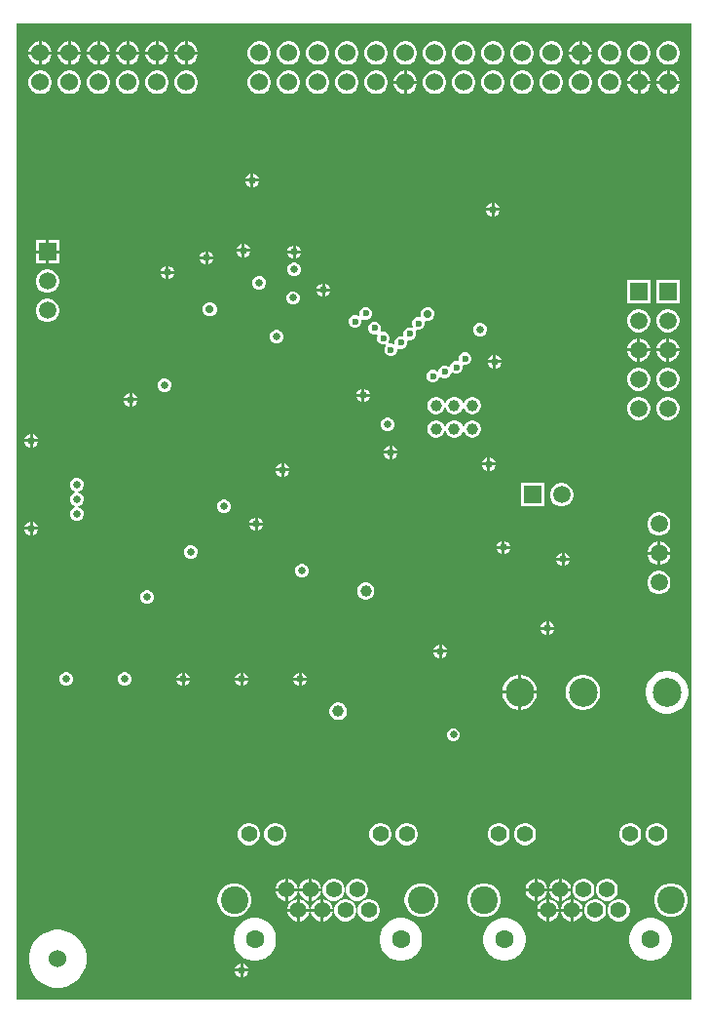
<source format=gbr>
G04*
G04 #@! TF.GenerationSoftware,Altium Limited,Altium Designer,22.4.2 (48)*
G04*
G04 Layer_Physical_Order=2*
G04 Layer_Color=36540*
%FSLAX25Y25*%
%MOIN*%
G70*
G04*
G04 #@! TF.SameCoordinates,486E1BA3-CE48-4A1D-B67F-52F2D9AC8645*
G04*
G04*
G04 #@! TF.FilePolarity,Positive*
G04*
G01*
G75*
%ADD71C,0.06299*%
%ADD72C,0.09449*%
%ADD73C,0.05512*%
%ADD74C,0.09843*%
%ADD75C,0.05906*%
%ADD76R,0.05906X0.05906*%
%ADD77R,0.05906X0.05906*%
%ADD78C,0.06000*%
%ADD79C,0.02756*%
%ADD80C,0.02559*%
%ADD81C,0.03937*%
%ADD82C,0.02362*%
G36*
X332461Y101447D02*
X101529D01*
Y434971D01*
X332461D01*
Y101447D01*
D02*
G37*
%LPC*%
G36*
X295027Y429000D02*
X295000D01*
Y425500D01*
X298500D01*
Y425527D01*
X298227Y426544D01*
X297701Y427456D01*
X296956Y428201D01*
X296044Y428727D01*
X295027Y429000D01*
D02*
G37*
G36*
X294000D02*
X293973D01*
X292956Y428727D01*
X292044Y428201D01*
X291299Y427456D01*
X290773Y426544D01*
X290500Y425527D01*
Y425500D01*
X294000D01*
Y429000D01*
D02*
G37*
G36*
X160027D02*
X160000D01*
Y425500D01*
X163500D01*
Y425527D01*
X163227Y426544D01*
X162701Y427456D01*
X161956Y428201D01*
X161044Y428727D01*
X160027Y429000D01*
D02*
G37*
G36*
X159000D02*
X158973D01*
X157956Y428727D01*
X157044Y428201D01*
X156299Y427456D01*
X155773Y426544D01*
X155500Y425527D01*
Y425500D01*
X159000D01*
Y429000D01*
D02*
G37*
G36*
X150027D02*
X150000D01*
Y425500D01*
X153500D01*
Y425527D01*
X153227Y426544D01*
X152701Y427456D01*
X151956Y428201D01*
X151044Y428727D01*
X150027Y429000D01*
D02*
G37*
G36*
X149000D02*
X148973D01*
X147956Y428727D01*
X147044Y428201D01*
X146299Y427456D01*
X145773Y426544D01*
X145500Y425527D01*
Y425500D01*
X149000D01*
Y429000D01*
D02*
G37*
G36*
X140027D02*
X140000D01*
Y425500D01*
X143500D01*
Y425527D01*
X143227Y426544D01*
X142701Y427456D01*
X141956Y428201D01*
X141044Y428727D01*
X140027Y429000D01*
D02*
G37*
G36*
X139000D02*
X138973D01*
X137956Y428727D01*
X137044Y428201D01*
X136299Y427456D01*
X135773Y426544D01*
X135500Y425527D01*
Y425500D01*
X139000D01*
Y429000D01*
D02*
G37*
G36*
X130027D02*
X130000D01*
Y425500D01*
X133500D01*
Y425527D01*
X133227Y426544D01*
X132701Y427456D01*
X131956Y428201D01*
X131044Y428727D01*
X130027Y429000D01*
D02*
G37*
G36*
X129000D02*
X128973D01*
X127956Y428727D01*
X127044Y428201D01*
X126299Y427456D01*
X125773Y426544D01*
X125500Y425527D01*
Y425500D01*
X129000D01*
Y429000D01*
D02*
G37*
G36*
X120027D02*
X120000D01*
Y425500D01*
X123500D01*
Y425527D01*
X123227Y426544D01*
X122701Y427456D01*
X121956Y428201D01*
X121044Y428727D01*
X120027Y429000D01*
D02*
G37*
G36*
X119000D02*
X118973D01*
X117956Y428727D01*
X117044Y428201D01*
X116299Y427456D01*
X115773Y426544D01*
X115500Y425527D01*
Y425500D01*
X119000D01*
Y429000D01*
D02*
G37*
G36*
X110027D02*
X110000D01*
Y425500D01*
X113500D01*
Y425527D01*
X113227Y426544D01*
X112701Y427456D01*
X111956Y428201D01*
X111044Y428727D01*
X110027Y429000D01*
D02*
G37*
G36*
X109000D02*
X108973D01*
X107956Y428727D01*
X107044Y428201D01*
X106299Y427456D01*
X105773Y426544D01*
X105500Y425527D01*
Y425500D01*
X109000D01*
Y429000D01*
D02*
G37*
G36*
X325027D02*
X323973D01*
X322956Y428727D01*
X322044Y428201D01*
X321299Y427456D01*
X320773Y426544D01*
X320500Y425527D01*
Y424473D01*
X320773Y423456D01*
X321299Y422544D01*
X322044Y421799D01*
X322956Y421273D01*
X323973Y421000D01*
X325027D01*
X326044Y421273D01*
X326956Y421799D01*
X327701Y422544D01*
X328227Y423456D01*
X328500Y424473D01*
Y425527D01*
X328227Y426544D01*
X327701Y427456D01*
X326956Y428201D01*
X326044Y428727D01*
X325027Y429000D01*
D02*
G37*
G36*
X315027D02*
X313973D01*
X312956Y428727D01*
X312044Y428201D01*
X311299Y427456D01*
X310773Y426544D01*
X310500Y425527D01*
Y424473D01*
X310773Y423456D01*
X311299Y422544D01*
X312044Y421799D01*
X312956Y421273D01*
X313973Y421000D01*
X315027D01*
X316044Y421273D01*
X316956Y421799D01*
X317701Y422544D01*
X318227Y423456D01*
X318500Y424473D01*
Y425527D01*
X318227Y426544D01*
X317701Y427456D01*
X316956Y428201D01*
X316044Y428727D01*
X315027Y429000D01*
D02*
G37*
G36*
X305027D02*
X303973D01*
X302956Y428727D01*
X302044Y428201D01*
X301299Y427456D01*
X300773Y426544D01*
X300500Y425527D01*
Y424473D01*
X300773Y423456D01*
X301299Y422544D01*
X302044Y421799D01*
X302956Y421273D01*
X303973Y421000D01*
X305027D01*
X306044Y421273D01*
X306956Y421799D01*
X307701Y422544D01*
X308227Y423456D01*
X308500Y424473D01*
Y425527D01*
X308227Y426544D01*
X307701Y427456D01*
X306956Y428201D01*
X306044Y428727D01*
X305027Y429000D01*
D02*
G37*
G36*
X298500Y424500D02*
X295000D01*
Y421000D01*
X295027D01*
X296044Y421273D01*
X296956Y421799D01*
X297701Y422544D01*
X298227Y423456D01*
X298500Y424473D01*
Y424500D01*
D02*
G37*
G36*
X294000D02*
X290500D01*
Y424473D01*
X290773Y423456D01*
X291299Y422544D01*
X292044Y421799D01*
X292956Y421273D01*
X293973Y421000D01*
X294000D01*
Y424500D01*
D02*
G37*
G36*
X285027Y429000D02*
X283973D01*
X282956Y428727D01*
X282044Y428201D01*
X281299Y427456D01*
X280773Y426544D01*
X280500Y425527D01*
Y424473D01*
X280773Y423456D01*
X281299Y422544D01*
X282044Y421799D01*
X282956Y421273D01*
X283973Y421000D01*
X285027D01*
X286044Y421273D01*
X286956Y421799D01*
X287701Y422544D01*
X288227Y423456D01*
X288500Y424473D01*
Y425527D01*
X288227Y426544D01*
X287701Y427456D01*
X286956Y428201D01*
X286044Y428727D01*
X285027Y429000D01*
D02*
G37*
G36*
X275027D02*
X273973D01*
X272956Y428727D01*
X272044Y428201D01*
X271299Y427456D01*
X270773Y426544D01*
X270500Y425527D01*
Y424473D01*
X270773Y423456D01*
X271299Y422544D01*
X272044Y421799D01*
X272956Y421273D01*
X273973Y421000D01*
X275027D01*
X276044Y421273D01*
X276956Y421799D01*
X277701Y422544D01*
X278227Y423456D01*
X278500Y424473D01*
Y425527D01*
X278227Y426544D01*
X277701Y427456D01*
X276956Y428201D01*
X276044Y428727D01*
X275027Y429000D01*
D02*
G37*
G36*
X265027D02*
X263973D01*
X262956Y428727D01*
X262044Y428201D01*
X261299Y427456D01*
X260773Y426544D01*
X260500Y425527D01*
Y424473D01*
X260773Y423456D01*
X261299Y422544D01*
X262044Y421799D01*
X262956Y421273D01*
X263973Y421000D01*
X265027D01*
X266044Y421273D01*
X266956Y421799D01*
X267701Y422544D01*
X268227Y423456D01*
X268500Y424473D01*
Y425527D01*
X268227Y426544D01*
X267701Y427456D01*
X266956Y428201D01*
X266044Y428727D01*
X265027Y429000D01*
D02*
G37*
G36*
X255027D02*
X253973D01*
X252956Y428727D01*
X252044Y428201D01*
X251299Y427456D01*
X250773Y426544D01*
X250500Y425527D01*
Y424473D01*
X250773Y423456D01*
X251299Y422544D01*
X252044Y421799D01*
X252956Y421273D01*
X253973Y421000D01*
X255027D01*
X256044Y421273D01*
X256956Y421799D01*
X257701Y422544D01*
X258227Y423456D01*
X258500Y424473D01*
Y425527D01*
X258227Y426544D01*
X257701Y427456D01*
X256956Y428201D01*
X256044Y428727D01*
X255027Y429000D01*
D02*
G37*
G36*
X245027D02*
X243973D01*
X242956Y428727D01*
X242044Y428201D01*
X241299Y427456D01*
X240773Y426544D01*
X240500Y425527D01*
Y424473D01*
X240773Y423456D01*
X241299Y422544D01*
X242044Y421799D01*
X242956Y421273D01*
X243973Y421000D01*
X245027D01*
X246044Y421273D01*
X246956Y421799D01*
X247701Y422544D01*
X248227Y423456D01*
X248500Y424473D01*
Y425527D01*
X248227Y426544D01*
X247701Y427456D01*
X246956Y428201D01*
X246044Y428727D01*
X245027Y429000D01*
D02*
G37*
G36*
X235027D02*
X233973D01*
X232956Y428727D01*
X232044Y428201D01*
X231299Y427456D01*
X230773Y426544D01*
X230500Y425527D01*
Y424473D01*
X230773Y423456D01*
X231299Y422544D01*
X232044Y421799D01*
X232956Y421273D01*
X233973Y421000D01*
X235027D01*
X236044Y421273D01*
X236956Y421799D01*
X237701Y422544D01*
X238227Y423456D01*
X238500Y424473D01*
Y425527D01*
X238227Y426544D01*
X237701Y427456D01*
X236956Y428201D01*
X236044Y428727D01*
X235027Y429000D01*
D02*
G37*
G36*
X225027D02*
X223973D01*
X222956Y428727D01*
X222044Y428201D01*
X221299Y427456D01*
X220773Y426544D01*
X220500Y425527D01*
Y424473D01*
X220773Y423456D01*
X221299Y422544D01*
X222044Y421799D01*
X222956Y421273D01*
X223973Y421000D01*
X225027D01*
X226044Y421273D01*
X226956Y421799D01*
X227701Y422544D01*
X228227Y423456D01*
X228500Y424473D01*
Y425527D01*
X228227Y426544D01*
X227701Y427456D01*
X226956Y428201D01*
X226044Y428727D01*
X225027Y429000D01*
D02*
G37*
G36*
X215027D02*
X213973D01*
X212956Y428727D01*
X212044Y428201D01*
X211299Y427456D01*
X210773Y426544D01*
X210500Y425527D01*
Y424473D01*
X210773Y423456D01*
X211299Y422544D01*
X212044Y421799D01*
X212956Y421273D01*
X213973Y421000D01*
X215027D01*
X216044Y421273D01*
X216956Y421799D01*
X217701Y422544D01*
X218227Y423456D01*
X218500Y424473D01*
Y425527D01*
X218227Y426544D01*
X217701Y427456D01*
X216956Y428201D01*
X216044Y428727D01*
X215027Y429000D01*
D02*
G37*
G36*
X205027D02*
X203973D01*
X202956Y428727D01*
X202044Y428201D01*
X201299Y427456D01*
X200773Y426544D01*
X200500Y425527D01*
Y424473D01*
X200773Y423456D01*
X201299Y422544D01*
X202044Y421799D01*
X202956Y421273D01*
X203973Y421000D01*
X205027D01*
X206044Y421273D01*
X206956Y421799D01*
X207701Y422544D01*
X208227Y423456D01*
X208500Y424473D01*
Y425527D01*
X208227Y426544D01*
X207701Y427456D01*
X206956Y428201D01*
X206044Y428727D01*
X205027Y429000D01*
D02*
G37*
G36*
X195027D02*
X193973D01*
X192956Y428727D01*
X192044Y428201D01*
X191299Y427456D01*
X190773Y426544D01*
X190500Y425527D01*
Y424473D01*
X190773Y423456D01*
X191299Y422544D01*
X192044Y421799D01*
X192956Y421273D01*
X193973Y421000D01*
X195027D01*
X196044Y421273D01*
X196956Y421799D01*
X197701Y422544D01*
X198227Y423456D01*
X198500Y424473D01*
Y425527D01*
X198227Y426544D01*
X197701Y427456D01*
X196956Y428201D01*
X196044Y428727D01*
X195027Y429000D01*
D02*
G37*
G36*
X185027D02*
X183973D01*
X182956Y428727D01*
X182044Y428201D01*
X181299Y427456D01*
X180773Y426544D01*
X180500Y425527D01*
Y424473D01*
X180773Y423456D01*
X181299Y422544D01*
X182044Y421799D01*
X182956Y421273D01*
X183973Y421000D01*
X185027D01*
X186044Y421273D01*
X186956Y421799D01*
X187701Y422544D01*
X188227Y423456D01*
X188500Y424473D01*
Y425527D01*
X188227Y426544D01*
X187701Y427456D01*
X186956Y428201D01*
X186044Y428727D01*
X185027Y429000D01*
D02*
G37*
G36*
X163500Y424500D02*
X160000D01*
Y421000D01*
X160027D01*
X161044Y421273D01*
X161956Y421799D01*
X162701Y422544D01*
X163227Y423456D01*
X163500Y424473D01*
Y424500D01*
D02*
G37*
G36*
X159000D02*
X155500D01*
Y424473D01*
X155773Y423456D01*
X156299Y422544D01*
X157044Y421799D01*
X157956Y421273D01*
X158973Y421000D01*
X159000D01*
Y424500D01*
D02*
G37*
G36*
X153500D02*
X150000D01*
Y421000D01*
X150027D01*
X151044Y421273D01*
X151956Y421799D01*
X152701Y422544D01*
X153227Y423456D01*
X153500Y424473D01*
Y424500D01*
D02*
G37*
G36*
X149000D02*
X145500D01*
Y424473D01*
X145773Y423456D01*
X146299Y422544D01*
X147044Y421799D01*
X147956Y421273D01*
X148973Y421000D01*
X149000D01*
Y424500D01*
D02*
G37*
G36*
X143500D02*
X140000D01*
Y421000D01*
X140027D01*
X141044Y421273D01*
X141956Y421799D01*
X142701Y422544D01*
X143227Y423456D01*
X143500Y424473D01*
Y424500D01*
D02*
G37*
G36*
X139000D02*
X135500D01*
Y424473D01*
X135773Y423456D01*
X136299Y422544D01*
X137044Y421799D01*
X137956Y421273D01*
X138973Y421000D01*
X139000D01*
Y424500D01*
D02*
G37*
G36*
X133500D02*
X130000D01*
Y421000D01*
X130027D01*
X131044Y421273D01*
X131956Y421799D01*
X132701Y422544D01*
X133227Y423456D01*
X133500Y424473D01*
Y424500D01*
D02*
G37*
G36*
X129000D02*
X125500D01*
Y424473D01*
X125773Y423456D01*
X126299Y422544D01*
X127044Y421799D01*
X127956Y421273D01*
X128973Y421000D01*
X129000D01*
Y424500D01*
D02*
G37*
G36*
X123500D02*
X120000D01*
Y421000D01*
X120027D01*
X121044Y421273D01*
X121956Y421799D01*
X122701Y422544D01*
X123227Y423456D01*
X123500Y424473D01*
Y424500D01*
D02*
G37*
G36*
X119000D02*
X115500D01*
Y424473D01*
X115773Y423456D01*
X116299Y422544D01*
X117044Y421799D01*
X117956Y421273D01*
X118973Y421000D01*
X119000D01*
Y424500D01*
D02*
G37*
G36*
X113500D02*
X110000D01*
Y421000D01*
X110027D01*
X111044Y421273D01*
X111956Y421799D01*
X112701Y422544D01*
X113227Y423456D01*
X113500Y424473D01*
Y424500D01*
D02*
G37*
G36*
X109000D02*
X105500D01*
Y424473D01*
X105773Y423456D01*
X106299Y422544D01*
X107044Y421799D01*
X107956Y421273D01*
X108973Y421000D01*
X109000D01*
Y424500D01*
D02*
G37*
G36*
X325027Y419000D02*
X325000D01*
Y415500D01*
X328500D01*
Y415527D01*
X328227Y416544D01*
X327701Y417456D01*
X326956Y418201D01*
X326044Y418727D01*
X325027Y419000D01*
D02*
G37*
G36*
X324000D02*
X323973D01*
X322956Y418727D01*
X322044Y418201D01*
X321299Y417456D01*
X320773Y416544D01*
X320500Y415527D01*
Y415500D01*
X324000D01*
Y419000D01*
D02*
G37*
G36*
X315027D02*
X315000D01*
Y415500D01*
X318500D01*
Y415527D01*
X318227Y416544D01*
X317701Y417456D01*
X316956Y418201D01*
X316044Y418727D01*
X315027Y419000D01*
D02*
G37*
G36*
X314000D02*
X313973D01*
X312956Y418727D01*
X312044Y418201D01*
X311299Y417456D01*
X310773Y416544D01*
X310500Y415527D01*
Y415500D01*
X314000D01*
Y419000D01*
D02*
G37*
G36*
X235027D02*
X235000D01*
Y415500D01*
X238500D01*
Y415527D01*
X238227Y416544D01*
X237701Y417456D01*
X236956Y418201D01*
X236044Y418727D01*
X235027Y419000D01*
D02*
G37*
G36*
X234000D02*
X233973D01*
X232956Y418727D01*
X232044Y418201D01*
X231299Y417456D01*
X230773Y416544D01*
X230500Y415527D01*
Y415500D01*
X234000D01*
Y419000D01*
D02*
G37*
G36*
X328500Y414500D02*
X325000D01*
Y411000D01*
X325027D01*
X326044Y411273D01*
X326956Y411799D01*
X327701Y412544D01*
X328227Y413456D01*
X328500Y414473D01*
Y414500D01*
D02*
G37*
G36*
X324000D02*
X320500D01*
Y414473D01*
X320773Y413456D01*
X321299Y412544D01*
X322044Y411799D01*
X322956Y411273D01*
X323973Y411000D01*
X324000D01*
Y414500D01*
D02*
G37*
G36*
X318500D02*
X315000D01*
Y411000D01*
X315027D01*
X316044Y411273D01*
X316956Y411799D01*
X317701Y412544D01*
X318227Y413456D01*
X318500Y414473D01*
Y414500D01*
D02*
G37*
G36*
X314000D02*
X310500D01*
Y414473D01*
X310773Y413456D01*
X311299Y412544D01*
X312044Y411799D01*
X312956Y411273D01*
X313973Y411000D01*
X314000D01*
Y414500D01*
D02*
G37*
G36*
X305027Y419000D02*
X303973D01*
X302956Y418727D01*
X302044Y418201D01*
X301299Y417456D01*
X300773Y416544D01*
X300500Y415527D01*
Y414473D01*
X300773Y413456D01*
X301299Y412544D01*
X302044Y411799D01*
X302956Y411273D01*
X303973Y411000D01*
X305027D01*
X306044Y411273D01*
X306956Y411799D01*
X307701Y412544D01*
X308227Y413456D01*
X308500Y414473D01*
Y415527D01*
X308227Y416544D01*
X307701Y417456D01*
X306956Y418201D01*
X306044Y418727D01*
X305027Y419000D01*
D02*
G37*
G36*
X295027D02*
X293973D01*
X292956Y418727D01*
X292044Y418201D01*
X291299Y417456D01*
X290773Y416544D01*
X290500Y415527D01*
Y414473D01*
X290773Y413456D01*
X291299Y412544D01*
X292044Y411799D01*
X292956Y411273D01*
X293973Y411000D01*
X295027D01*
X296044Y411273D01*
X296956Y411799D01*
X297701Y412544D01*
X298227Y413456D01*
X298500Y414473D01*
Y415527D01*
X298227Y416544D01*
X297701Y417456D01*
X296956Y418201D01*
X296044Y418727D01*
X295027Y419000D01*
D02*
G37*
G36*
X285027D02*
X283973D01*
X282956Y418727D01*
X282044Y418201D01*
X281299Y417456D01*
X280773Y416544D01*
X280500Y415527D01*
Y414473D01*
X280773Y413456D01*
X281299Y412544D01*
X282044Y411799D01*
X282956Y411273D01*
X283973Y411000D01*
X285027D01*
X286044Y411273D01*
X286956Y411799D01*
X287701Y412544D01*
X288227Y413456D01*
X288500Y414473D01*
Y415527D01*
X288227Y416544D01*
X287701Y417456D01*
X286956Y418201D01*
X286044Y418727D01*
X285027Y419000D01*
D02*
G37*
G36*
X275027D02*
X273973D01*
X272956Y418727D01*
X272044Y418201D01*
X271299Y417456D01*
X270773Y416544D01*
X270500Y415527D01*
Y414473D01*
X270773Y413456D01*
X271299Y412544D01*
X272044Y411799D01*
X272956Y411273D01*
X273973Y411000D01*
X275027D01*
X276044Y411273D01*
X276956Y411799D01*
X277701Y412544D01*
X278227Y413456D01*
X278500Y414473D01*
Y415527D01*
X278227Y416544D01*
X277701Y417456D01*
X276956Y418201D01*
X276044Y418727D01*
X275027Y419000D01*
D02*
G37*
G36*
X265027D02*
X263973D01*
X262956Y418727D01*
X262044Y418201D01*
X261299Y417456D01*
X260773Y416544D01*
X260500Y415527D01*
Y414473D01*
X260773Y413456D01*
X261299Y412544D01*
X262044Y411799D01*
X262956Y411273D01*
X263973Y411000D01*
X265027D01*
X266044Y411273D01*
X266956Y411799D01*
X267701Y412544D01*
X268227Y413456D01*
X268500Y414473D01*
Y415527D01*
X268227Y416544D01*
X267701Y417456D01*
X266956Y418201D01*
X266044Y418727D01*
X265027Y419000D01*
D02*
G37*
G36*
X255027D02*
X253973D01*
X252956Y418727D01*
X252044Y418201D01*
X251299Y417456D01*
X250773Y416544D01*
X250500Y415527D01*
Y414473D01*
X250773Y413456D01*
X251299Y412544D01*
X252044Y411799D01*
X252956Y411273D01*
X253973Y411000D01*
X255027D01*
X256044Y411273D01*
X256956Y411799D01*
X257701Y412544D01*
X258227Y413456D01*
X258500Y414473D01*
Y415527D01*
X258227Y416544D01*
X257701Y417456D01*
X256956Y418201D01*
X256044Y418727D01*
X255027Y419000D01*
D02*
G37*
G36*
X245027D02*
X243973D01*
X242956Y418727D01*
X242044Y418201D01*
X241299Y417456D01*
X240773Y416544D01*
X240500Y415527D01*
Y414473D01*
X240773Y413456D01*
X241299Y412544D01*
X242044Y411799D01*
X242956Y411273D01*
X243973Y411000D01*
X245027D01*
X246044Y411273D01*
X246956Y411799D01*
X247701Y412544D01*
X248227Y413456D01*
X248500Y414473D01*
Y415527D01*
X248227Y416544D01*
X247701Y417456D01*
X246956Y418201D01*
X246044Y418727D01*
X245027Y419000D01*
D02*
G37*
G36*
X238500Y414500D02*
X235000D01*
Y411000D01*
X235027D01*
X236044Y411273D01*
X236956Y411799D01*
X237701Y412544D01*
X238227Y413456D01*
X238500Y414473D01*
Y414500D01*
D02*
G37*
G36*
X234000D02*
X230500D01*
Y414473D01*
X230773Y413456D01*
X231299Y412544D01*
X232044Y411799D01*
X232956Y411273D01*
X233973Y411000D01*
X234000D01*
Y414500D01*
D02*
G37*
G36*
X225027Y419000D02*
X223973D01*
X222956Y418727D01*
X222044Y418201D01*
X221299Y417456D01*
X220773Y416544D01*
X220500Y415527D01*
Y414473D01*
X220773Y413456D01*
X221299Y412544D01*
X222044Y411799D01*
X222956Y411273D01*
X223973Y411000D01*
X225027D01*
X226044Y411273D01*
X226956Y411799D01*
X227701Y412544D01*
X228227Y413456D01*
X228500Y414473D01*
Y415527D01*
X228227Y416544D01*
X227701Y417456D01*
X226956Y418201D01*
X226044Y418727D01*
X225027Y419000D01*
D02*
G37*
G36*
X215027D02*
X213973D01*
X212956Y418727D01*
X212044Y418201D01*
X211299Y417456D01*
X210773Y416544D01*
X210500Y415527D01*
Y414473D01*
X210773Y413456D01*
X211299Y412544D01*
X212044Y411799D01*
X212956Y411273D01*
X213973Y411000D01*
X215027D01*
X216044Y411273D01*
X216956Y411799D01*
X217701Y412544D01*
X218227Y413456D01*
X218500Y414473D01*
Y415527D01*
X218227Y416544D01*
X217701Y417456D01*
X216956Y418201D01*
X216044Y418727D01*
X215027Y419000D01*
D02*
G37*
G36*
X205027D02*
X203973D01*
X202956Y418727D01*
X202044Y418201D01*
X201299Y417456D01*
X200773Y416544D01*
X200500Y415527D01*
Y414473D01*
X200773Y413456D01*
X201299Y412544D01*
X202044Y411799D01*
X202956Y411273D01*
X203973Y411000D01*
X205027D01*
X206044Y411273D01*
X206956Y411799D01*
X207701Y412544D01*
X208227Y413456D01*
X208500Y414473D01*
Y415527D01*
X208227Y416544D01*
X207701Y417456D01*
X206956Y418201D01*
X206044Y418727D01*
X205027Y419000D01*
D02*
G37*
G36*
X195027D02*
X193973D01*
X192956Y418727D01*
X192044Y418201D01*
X191299Y417456D01*
X190773Y416544D01*
X190500Y415527D01*
Y414473D01*
X190773Y413456D01*
X191299Y412544D01*
X192044Y411799D01*
X192956Y411273D01*
X193973Y411000D01*
X195027D01*
X196044Y411273D01*
X196956Y411799D01*
X197701Y412544D01*
X198227Y413456D01*
X198500Y414473D01*
Y415527D01*
X198227Y416544D01*
X197701Y417456D01*
X196956Y418201D01*
X196044Y418727D01*
X195027Y419000D01*
D02*
G37*
G36*
X185027D02*
X183973D01*
X182956Y418727D01*
X182044Y418201D01*
X181299Y417456D01*
X180773Y416544D01*
X180500Y415527D01*
Y414473D01*
X180773Y413456D01*
X181299Y412544D01*
X182044Y411799D01*
X182956Y411273D01*
X183973Y411000D01*
X185027D01*
X186044Y411273D01*
X186956Y411799D01*
X187701Y412544D01*
X188227Y413456D01*
X188500Y414473D01*
Y415527D01*
X188227Y416544D01*
X187701Y417456D01*
X186956Y418201D01*
X186044Y418727D01*
X185027Y419000D01*
D02*
G37*
G36*
X160027D02*
X158973D01*
X157956Y418727D01*
X157044Y418201D01*
X156299Y417456D01*
X155773Y416544D01*
X155500Y415527D01*
Y414473D01*
X155773Y413456D01*
X156299Y412544D01*
X157044Y411799D01*
X157956Y411273D01*
X158973Y411000D01*
X160027D01*
X161044Y411273D01*
X161956Y411799D01*
X162701Y412544D01*
X163227Y413456D01*
X163500Y414473D01*
Y415527D01*
X163227Y416544D01*
X162701Y417456D01*
X161956Y418201D01*
X161044Y418727D01*
X160027Y419000D01*
D02*
G37*
G36*
X150027D02*
X148973D01*
X147956Y418727D01*
X147044Y418201D01*
X146299Y417456D01*
X145773Y416544D01*
X145500Y415527D01*
Y414473D01*
X145773Y413456D01*
X146299Y412544D01*
X147044Y411799D01*
X147956Y411273D01*
X148973Y411000D01*
X150027D01*
X151044Y411273D01*
X151956Y411799D01*
X152701Y412544D01*
X153227Y413456D01*
X153500Y414473D01*
Y415527D01*
X153227Y416544D01*
X152701Y417456D01*
X151956Y418201D01*
X151044Y418727D01*
X150027Y419000D01*
D02*
G37*
G36*
X140027D02*
X138973D01*
X137956Y418727D01*
X137044Y418201D01*
X136299Y417456D01*
X135773Y416544D01*
X135500Y415527D01*
Y414473D01*
X135773Y413456D01*
X136299Y412544D01*
X137044Y411799D01*
X137956Y411273D01*
X138973Y411000D01*
X140027D01*
X141044Y411273D01*
X141956Y411799D01*
X142701Y412544D01*
X143227Y413456D01*
X143500Y414473D01*
Y415527D01*
X143227Y416544D01*
X142701Y417456D01*
X141956Y418201D01*
X141044Y418727D01*
X140027Y419000D01*
D02*
G37*
G36*
X130027D02*
X128973D01*
X127956Y418727D01*
X127044Y418201D01*
X126299Y417456D01*
X125773Y416544D01*
X125500Y415527D01*
Y414473D01*
X125773Y413456D01*
X126299Y412544D01*
X127044Y411799D01*
X127956Y411273D01*
X128973Y411000D01*
X130027D01*
X131044Y411273D01*
X131956Y411799D01*
X132701Y412544D01*
X133227Y413456D01*
X133500Y414473D01*
Y415527D01*
X133227Y416544D01*
X132701Y417456D01*
X131956Y418201D01*
X131044Y418727D01*
X130027Y419000D01*
D02*
G37*
G36*
X120027D02*
X118973D01*
X117956Y418727D01*
X117044Y418201D01*
X116299Y417456D01*
X115773Y416544D01*
X115500Y415527D01*
Y414473D01*
X115773Y413456D01*
X116299Y412544D01*
X117044Y411799D01*
X117956Y411273D01*
X118973Y411000D01*
X120027D01*
X121044Y411273D01*
X121956Y411799D01*
X122701Y412544D01*
X123227Y413456D01*
X123500Y414473D01*
Y415527D01*
X123227Y416544D01*
X122701Y417456D01*
X121956Y418201D01*
X121044Y418727D01*
X120027Y419000D01*
D02*
G37*
G36*
X110027D02*
X108973D01*
X107956Y418727D01*
X107044Y418201D01*
X106299Y417456D01*
X105773Y416544D01*
X105500Y415527D01*
Y414473D01*
X105773Y413456D01*
X106299Y412544D01*
X107044Y411799D01*
X107956Y411273D01*
X108973Y411000D01*
X110027D01*
X111044Y411273D01*
X111956Y411799D01*
X112701Y412544D01*
X113227Y413456D01*
X113500Y414473D01*
Y415527D01*
X113227Y416544D01*
X112701Y417456D01*
X111956Y418201D01*
X111044Y418727D01*
X110027Y419000D01*
D02*
G37*
G36*
X182500Y383760D02*
Y382000D01*
X184260D01*
X183932Y382791D01*
X183291Y383433D01*
X182500Y383760D01*
D02*
G37*
G36*
X181500D02*
X180709Y383433D01*
X180068Y382791D01*
X179740Y382000D01*
X181500D01*
Y383760D01*
D02*
G37*
G36*
X184260Y381000D02*
X182500D01*
Y379240D01*
X183291Y379568D01*
X183932Y380209D01*
X184260Y381000D01*
D02*
G37*
G36*
X181500D02*
X179740D01*
X180068Y380209D01*
X180709Y379568D01*
X181500Y379240D01*
Y381000D01*
D02*
G37*
G36*
X264940Y373705D02*
Y371945D01*
X266700D01*
X266372Y372736D01*
X265731Y373378D01*
X264940Y373705D01*
D02*
G37*
G36*
X263940D02*
X263148Y373378D01*
X262507Y372736D01*
X262179Y371945D01*
X263940D01*
Y373705D01*
D02*
G37*
G36*
X266700Y370945D02*
X264940D01*
Y369185D01*
X265731Y369513D01*
X266372Y370154D01*
X266700Y370945D01*
D02*
G37*
G36*
X263940D02*
X262179D01*
X262507Y370154D01*
X263148Y369513D01*
X263940Y369185D01*
Y370945D01*
D02*
G37*
G36*
X179500Y359760D02*
Y358000D01*
X181260D01*
X180932Y358791D01*
X180291Y359433D01*
X179500Y359760D01*
D02*
G37*
G36*
X178500D02*
X177709Y359433D01*
X177067Y358791D01*
X176740Y358000D01*
X178500D01*
Y359760D01*
D02*
G37*
G36*
X115953Y360953D02*
X112500D01*
Y357500D01*
X115953D01*
Y360953D01*
D02*
G37*
G36*
X197000Y359260D02*
Y357500D01*
X198760D01*
X198433Y358291D01*
X197791Y358932D01*
X197000Y359260D01*
D02*
G37*
G36*
X196000D02*
X195209Y358932D01*
X194568Y358291D01*
X194240Y357500D01*
X196000D01*
Y359260D01*
D02*
G37*
G36*
X111500Y360953D02*
X108047D01*
Y357500D01*
X111500D01*
Y360953D01*
D02*
G37*
G36*
X167000Y357260D02*
Y355500D01*
X168760D01*
X168432Y356291D01*
X167791Y356932D01*
X167000Y357260D01*
D02*
G37*
G36*
X166000D02*
X165209Y356932D01*
X164567Y356291D01*
X164240Y355500D01*
X166000D01*
Y357260D01*
D02*
G37*
G36*
X181260Y357000D02*
X179500D01*
Y355240D01*
X180291Y355568D01*
X180932Y356209D01*
X181260Y357000D01*
D02*
G37*
G36*
X178500D02*
X176740D01*
X177067Y356209D01*
X177709Y355568D01*
X178500Y355240D01*
Y357000D01*
D02*
G37*
G36*
X198760Y356500D02*
X197000D01*
Y354740D01*
X197791Y355067D01*
X198433Y355709D01*
X198760Y356500D01*
D02*
G37*
G36*
X196000D02*
X194240D01*
X194568Y355709D01*
X195209Y355067D01*
X196000Y354740D01*
Y356500D01*
D02*
G37*
G36*
X115953D02*
X112500D01*
Y353047D01*
X115953D01*
Y356500D01*
D02*
G37*
G36*
X111500D02*
X108047D01*
Y353047D01*
X111500D01*
Y356500D01*
D02*
G37*
G36*
X168760Y354500D02*
X167000D01*
Y352740D01*
X167791Y353067D01*
X168432Y353709D01*
X168760Y354500D01*
D02*
G37*
G36*
X166000D02*
X164240D01*
X164567Y353709D01*
X165209Y353067D01*
X166000Y352740D01*
Y354500D01*
D02*
G37*
G36*
X153500Y352260D02*
Y350500D01*
X155260D01*
X154932Y351291D01*
X154291Y351933D01*
X153500Y352260D01*
D02*
G37*
G36*
X152500D02*
X151709Y351933D01*
X151067Y351291D01*
X150740Y350500D01*
X152500D01*
Y352260D01*
D02*
G37*
G36*
X196953Y353279D02*
X196047D01*
X195209Y352933D01*
X194568Y352291D01*
X194220Y351453D01*
Y350547D01*
X194568Y349709D01*
X195209Y349067D01*
X196047Y348721D01*
X196953D01*
X197791Y349067D01*
X198433Y349709D01*
X198779Y350547D01*
Y351453D01*
X198433Y352291D01*
X197791Y352933D01*
X196953Y353279D01*
D02*
G37*
G36*
X155260Y349500D02*
X153500D01*
Y347740D01*
X154291Y348067D01*
X154932Y348709D01*
X155260Y349500D01*
D02*
G37*
G36*
X152500D02*
X150740D01*
X151067Y348709D01*
X151709Y348067D01*
X152500Y347740D01*
Y349500D01*
D02*
G37*
G36*
X207000Y346260D02*
Y344500D01*
X208760D01*
X208433Y345291D01*
X207791Y345933D01*
X207000Y346260D01*
D02*
G37*
G36*
X206000D02*
X205209Y345933D01*
X204568Y345291D01*
X204240Y344500D01*
X206000D01*
Y346260D01*
D02*
G37*
G36*
X184953Y348780D02*
X184047D01*
X183209Y348432D01*
X182568Y347791D01*
X182220Y346953D01*
Y346047D01*
X182568Y345209D01*
X183209Y344567D01*
X184047Y344220D01*
X184953D01*
X185791Y344567D01*
X186433Y345209D01*
X186779Y346047D01*
Y346953D01*
X186433Y347791D01*
X185791Y348432D01*
X184953Y348780D01*
D02*
G37*
G36*
X112520Y350953D02*
X111480D01*
X110474Y350683D01*
X109573Y350163D01*
X108837Y349427D01*
X108317Y348526D01*
X108047Y347520D01*
Y346480D01*
X108317Y345474D01*
X108837Y344573D01*
X109573Y343837D01*
X110474Y343317D01*
X111480Y343047D01*
X112520D01*
X113526Y343317D01*
X114427Y343837D01*
X115163Y344573D01*
X115683Y345474D01*
X115953Y346480D01*
Y347520D01*
X115683Y348526D01*
X115163Y349427D01*
X114427Y350163D01*
X113526Y350683D01*
X112520Y350953D01*
D02*
G37*
G36*
X208760Y343500D02*
X207000D01*
Y341740D01*
X207791Y342068D01*
X208433Y342709D01*
X208760Y343500D01*
D02*
G37*
G36*
X206000D02*
X204240D01*
X204568Y342709D01*
X205209Y342068D01*
X206000Y341740D01*
Y343500D01*
D02*
G37*
G36*
X328309Y347453D02*
X320404D01*
Y339547D01*
X328309D01*
Y347453D01*
D02*
G37*
G36*
X318309D02*
X310403D01*
Y339547D01*
X318309D01*
Y347453D01*
D02*
G37*
G36*
X196453Y343559D02*
X195547D01*
X194709Y343212D01*
X194068Y342571D01*
X193720Y341733D01*
Y340826D01*
X194068Y339988D01*
X194709Y339347D01*
X195547Y339000D01*
X196453D01*
X197291Y339347D01*
X197933Y339988D01*
X198280Y340826D01*
Y341733D01*
X197933Y342571D01*
X197291Y343212D01*
X196453Y343559D01*
D02*
G37*
G36*
X221434Y338181D02*
X220566D01*
X219764Y337849D01*
X219151Y337235D01*
X218819Y336434D01*
Y335566D01*
X218915Y335334D01*
X218503Y335052D01*
X218492Y335048D01*
X217693Y335379D01*
X216826D01*
X216024Y335047D01*
X215410Y334433D01*
X215078Y333631D01*
Y332764D01*
X215410Y331962D01*
X216024Y331349D01*
X216826Y331016D01*
X217693D01*
X218495Y331349D01*
X219109Y331962D01*
X219441Y332764D01*
Y333631D01*
X219344Y333864D01*
X219756Y334145D01*
X219767Y334150D01*
X220566Y333819D01*
X221434D01*
X222235Y334151D01*
X222849Y334765D01*
X223181Y335566D01*
Y336434D01*
X222849Y337235D01*
X222235Y337849D01*
X221434Y338181D01*
D02*
G37*
G36*
X168048Y339728D02*
X167102D01*
X166228Y339366D01*
X165559Y338697D01*
X165197Y337823D01*
Y336877D01*
X165559Y336003D01*
X166228Y335334D01*
X167102Y334972D01*
X168048D01*
X168922Y335334D01*
X169591Y336003D01*
X169953Y336877D01*
Y337823D01*
X169591Y338697D01*
X168922Y339366D01*
X168048Y339728D01*
D02*
G37*
G36*
X242665Y338186D02*
X241719D01*
X240845Y337824D01*
X240176Y337155D01*
X239814Y336281D01*
Y335335D01*
X239949Y335009D01*
X239567Y334626D01*
X239434Y334681D01*
X238566D01*
X237765Y334349D01*
X237151Y333735D01*
X236819Y332934D01*
Y332066D01*
X237071Y331459D01*
X236688Y331076D01*
X236434Y331181D01*
X235566D01*
X234765Y330849D01*
X234151Y330236D01*
X233819Y329434D01*
Y328566D01*
X233841Y328512D01*
X233488Y328159D01*
X233434Y328181D01*
X232566D01*
X231765Y327849D01*
X231151Y327236D01*
X230819Y326434D01*
Y325856D01*
X230341Y325512D01*
X229934Y325681D01*
X229066D01*
X228907Y325615D01*
X228624Y326039D01*
X228849Y326265D01*
X229181Y327066D01*
Y327934D01*
X228849Y328735D01*
X228236Y329349D01*
X227434Y329681D01*
X226566D01*
X226312Y329576D01*
X225929Y329959D01*
X226181Y330566D01*
Y331434D01*
X225849Y332236D01*
X225236Y332849D01*
X224434Y333181D01*
X223566D01*
X222764Y332849D01*
X222151Y332236D01*
X221819Y331434D01*
Y330566D01*
X222151Y329765D01*
X222764Y329151D01*
X223566Y328819D01*
X224434D01*
X224688Y328924D01*
X225071Y328541D01*
X224819Y327934D01*
Y327066D01*
X225151Y326265D01*
X225764Y325651D01*
X226566Y325319D01*
X227434D01*
X227593Y325385D01*
X227876Y324961D01*
X227651Y324735D01*
X227319Y323934D01*
Y323066D01*
X227651Y322265D01*
X228264Y321651D01*
X229066Y321319D01*
X229934D01*
X230735Y321651D01*
X231349Y322265D01*
X231681Y323066D01*
Y323644D01*
X232159Y323988D01*
X232566Y323819D01*
X233434D01*
X234236Y324151D01*
X234849Y324764D01*
X235181Y325566D01*
Y326434D01*
X235159Y326488D01*
X235512Y326841D01*
X235566Y326819D01*
X236434D01*
X237235Y327151D01*
X237849Y327765D01*
X238181Y328566D01*
Y329434D01*
X237929Y330041D01*
X238312Y330424D01*
X238566Y330319D01*
X239434D01*
X240235Y330651D01*
X240849Y331264D01*
X241181Y332066D01*
Y332934D01*
X241092Y333148D01*
X241475Y333531D01*
X241719Y333430D01*
X242665D01*
X243539Y333792D01*
X244208Y334461D01*
X244570Y335335D01*
Y336281D01*
X244208Y337155D01*
X243539Y337824D01*
X242665Y338186D01*
D02*
G37*
G36*
X112520Y340953D02*
X111480D01*
X110474Y340683D01*
X109573Y340163D01*
X108837Y339427D01*
X108317Y338526D01*
X108047Y337520D01*
Y336480D01*
X108317Y335474D01*
X108837Y334573D01*
X109573Y333837D01*
X110474Y333317D01*
X111480Y333047D01*
X112520D01*
X113526Y333317D01*
X114427Y333837D01*
X115163Y334573D01*
X115683Y335474D01*
X115953Y336480D01*
Y337520D01*
X115683Y338526D01*
X115163Y339427D01*
X114427Y340163D01*
X113526Y340683D01*
X112520Y340953D01*
D02*
G37*
G36*
X324877Y337453D02*
X323836D01*
X322831Y337183D01*
X321929Y336663D01*
X321193Y335927D01*
X320673Y335026D01*
X320404Y334020D01*
Y332980D01*
X320673Y331974D01*
X321193Y331073D01*
X321929Y330337D01*
X322831Y329817D01*
X323836Y329547D01*
X324877D01*
X325882Y329817D01*
X326783Y330337D01*
X327519Y331073D01*
X328040Y331974D01*
X328309Y332980D01*
Y334020D01*
X328040Y335026D01*
X327519Y335927D01*
X326783Y336663D01*
X325882Y337183D01*
X324877Y337453D01*
D02*
G37*
G36*
X314877D02*
X313836D01*
X312831Y337183D01*
X311929Y336663D01*
X311193Y335927D01*
X310673Y335026D01*
X310403Y334020D01*
Y332980D01*
X310673Y331974D01*
X311193Y331073D01*
X311929Y330337D01*
X312831Y329817D01*
X313836Y329547D01*
X314877D01*
X315882Y329817D01*
X316783Y330337D01*
X317519Y331073D01*
X318040Y331974D01*
X318309Y332980D01*
Y334020D01*
X318040Y335026D01*
X317519Y335927D01*
X316783Y336663D01*
X315882Y337183D01*
X314877Y337453D01*
D02*
G37*
G36*
X260453Y332780D02*
X259547D01*
X258709Y332433D01*
X258067Y331791D01*
X257720Y330953D01*
Y330047D01*
X258067Y329209D01*
X258709Y328568D01*
X259547Y328221D01*
X260453D01*
X261291Y328568D01*
X261932Y329209D01*
X262280Y330047D01*
Y330953D01*
X261932Y331791D01*
X261291Y332433D01*
X260453Y332780D01*
D02*
G37*
G36*
X190953Y330279D02*
X190047D01*
X189209Y329932D01*
X188567Y329291D01*
X188221Y328453D01*
Y327547D01*
X188567Y326709D01*
X189209Y326067D01*
X190047Y325721D01*
X190953D01*
X191791Y326067D01*
X192432Y326709D01*
X192780Y327547D01*
Y328453D01*
X192432Y329291D01*
X191791Y329932D01*
X190953Y330279D01*
D02*
G37*
G36*
X324877Y327453D02*
X324856D01*
Y324000D01*
X328309D01*
Y324020D01*
X328040Y325026D01*
X327519Y325927D01*
X326783Y326663D01*
X325882Y327183D01*
X324877Y327453D01*
D02*
G37*
G36*
X314877D02*
X314856D01*
Y324000D01*
X318309D01*
Y324020D01*
X318040Y325026D01*
X317519Y325927D01*
X316783Y326663D01*
X315882Y327183D01*
X314877Y327453D01*
D02*
G37*
G36*
X323856D02*
X323836D01*
X322831Y327183D01*
X321929Y326663D01*
X321193Y325927D01*
X320673Y325026D01*
X320404Y324020D01*
Y324000D01*
X323856D01*
Y327453D01*
D02*
G37*
G36*
X313856D02*
X313836D01*
X312831Y327183D01*
X311929Y326663D01*
X311193Y325927D01*
X310673Y325026D01*
X310403Y324020D01*
Y324000D01*
X313856D01*
Y327453D01*
D02*
G37*
G36*
X265500Y321760D02*
Y320000D01*
X267260D01*
X266933Y320791D01*
X266291Y321432D01*
X265500Y321760D01*
D02*
G37*
G36*
X264500D02*
X263709Y321432D01*
X263068Y320791D01*
X262740Y320000D01*
X264500D01*
Y321760D01*
D02*
G37*
G36*
X255434Y322681D02*
X254566D01*
X253765Y322349D01*
X253151Y321736D01*
X252819Y320934D01*
Y320066D01*
X252841Y320012D01*
X252488Y319659D01*
X252434Y319681D01*
X251566D01*
X250764Y319349D01*
X250151Y318736D01*
X249819Y317934D01*
Y317919D01*
X249357Y317728D01*
X249236Y317849D01*
X248434Y318181D01*
X247566D01*
X246764Y317849D01*
X246151Y317235D01*
X245819Y316434D01*
Y316419D01*
X245357Y316228D01*
X245235Y316349D01*
X244434Y316681D01*
X243566D01*
X242764Y316349D01*
X242151Y315736D01*
X241819Y314934D01*
Y314066D01*
X242151Y313264D01*
X242764Y312651D01*
X243566Y312319D01*
X244434D01*
X245235Y312651D01*
X245849Y313264D01*
X246181Y314066D01*
Y314081D01*
X246643Y314272D01*
X246764Y314151D01*
X247566Y313819D01*
X248434D01*
X249236Y314151D01*
X249849Y314764D01*
X250181Y315566D01*
Y315581D01*
X250643Y315772D01*
X250764Y315651D01*
X251566Y315319D01*
X252434D01*
X253236Y315651D01*
X253849Y316265D01*
X254181Y317066D01*
Y317934D01*
X254159Y317988D01*
X254512Y318341D01*
X254566Y318319D01*
X255434D01*
X256236Y318651D01*
X256849Y319265D01*
X257181Y320066D01*
Y320934D01*
X256849Y321736D01*
X256236Y322349D01*
X255434Y322681D01*
D02*
G37*
G36*
X328309Y323000D02*
X324856D01*
Y319547D01*
X324877D01*
X325882Y319817D01*
X326783Y320337D01*
X327519Y321073D01*
X328040Y321974D01*
X328309Y322980D01*
Y323000D01*
D02*
G37*
G36*
X323856D02*
X320404D01*
Y322980D01*
X320673Y321974D01*
X321193Y321073D01*
X321929Y320337D01*
X322831Y319817D01*
X323836Y319547D01*
X323856D01*
Y323000D01*
D02*
G37*
G36*
X318309D02*
X314856D01*
Y319547D01*
X314877D01*
X315882Y319817D01*
X316783Y320337D01*
X317519Y321073D01*
X318040Y321974D01*
X318309Y322980D01*
Y323000D01*
D02*
G37*
G36*
X313856D02*
X310403D01*
Y322980D01*
X310673Y321974D01*
X311193Y321073D01*
X311929Y320337D01*
X312831Y319817D01*
X313836Y319547D01*
X313856D01*
Y323000D01*
D02*
G37*
G36*
X267260Y319000D02*
X265500D01*
Y317240D01*
X266291Y317567D01*
X266933Y318209D01*
X267260Y319000D01*
D02*
G37*
G36*
X264500D02*
X262740D01*
X263068Y318209D01*
X263709Y317567D01*
X264500Y317240D01*
Y319000D01*
D02*
G37*
G36*
X324877Y317453D02*
X323836D01*
X322831Y317183D01*
X321929Y316663D01*
X321193Y315927D01*
X320673Y315026D01*
X320404Y314020D01*
Y312980D01*
X320673Y311974D01*
X321193Y311073D01*
X321929Y310337D01*
X322831Y309817D01*
X323836Y309547D01*
X324877D01*
X325882Y309817D01*
X326783Y310337D01*
X327519Y311073D01*
X328040Y311974D01*
X328309Y312980D01*
Y314020D01*
X328040Y315026D01*
X327519Y315927D01*
X326783Y316663D01*
X325882Y317183D01*
X324877Y317453D01*
D02*
G37*
G36*
X314877D02*
X313836D01*
X312831Y317183D01*
X311929Y316663D01*
X311193Y315927D01*
X310673Y315026D01*
X310403Y314020D01*
Y312980D01*
X310673Y311974D01*
X311193Y311073D01*
X311929Y310337D01*
X312831Y309817D01*
X313836Y309547D01*
X314877D01*
X315882Y309817D01*
X316783Y310337D01*
X317519Y311073D01*
X318040Y311974D01*
X318309Y312980D01*
Y314020D01*
X318040Y315026D01*
X317519Y315927D01*
X316783Y316663D01*
X315882Y317183D01*
X314877Y317453D01*
D02*
G37*
G36*
X152453Y313779D02*
X151547D01*
X150709Y313433D01*
X150067Y312791D01*
X149721Y311953D01*
Y311047D01*
X150067Y310209D01*
X150709Y309567D01*
X151547Y309221D01*
X152453D01*
X153291Y309567D01*
X153932Y310209D01*
X154279Y311047D01*
Y311953D01*
X153932Y312791D01*
X153291Y313433D01*
X152453Y313779D01*
D02*
G37*
G36*
X220500Y310260D02*
Y308500D01*
X222260D01*
X221933Y309291D01*
X221291Y309932D01*
X220500Y310260D01*
D02*
G37*
G36*
X219500D02*
X218709Y309932D01*
X218068Y309291D01*
X217740Y308500D01*
X219500D01*
Y310260D01*
D02*
G37*
G36*
X141000Y308760D02*
Y307000D01*
X142760D01*
X142432Y307791D01*
X141791Y308433D01*
X141000Y308760D01*
D02*
G37*
G36*
X140000D02*
X139209Y308433D01*
X138567Y307791D01*
X138240Y307000D01*
X140000D01*
Y308760D01*
D02*
G37*
G36*
X222260Y307500D02*
X220500D01*
Y305740D01*
X221291Y306067D01*
X221933Y306709D01*
X222260Y307500D01*
D02*
G37*
G36*
X219500D02*
X217740D01*
X218068Y306709D01*
X218709Y306067D01*
X219500Y305740D01*
Y307500D01*
D02*
G37*
G36*
X257819Y307469D02*
X257038D01*
X256283Y307266D01*
X255606Y306875D01*
X255053Y306323D01*
X254662Y305646D01*
X254580Y305339D01*
X254063D01*
X253980Y305646D01*
X253590Y306323D01*
X253037Y306875D01*
X252360Y307266D01*
X251605Y307469D01*
X250823D01*
X250068Y307266D01*
X249392Y306875D01*
X248839Y306323D01*
X248448Y305646D01*
X248366Y305339D01*
X247848D01*
X247766Y305646D01*
X247375Y306323D01*
X246823Y306875D01*
X246146Y307266D01*
X245391Y307469D01*
X244609D01*
X243854Y307266D01*
X243177Y306875D01*
X242625Y306323D01*
X242234Y305646D01*
X242032Y304891D01*
Y304109D01*
X242234Y303354D01*
X242625Y302677D01*
X243177Y302125D01*
X243854Y301734D01*
X244609Y301532D01*
X245391D01*
X246146Y301734D01*
X246823Y302125D01*
X247375Y302677D01*
X247766Y303354D01*
X247848Y303661D01*
X248366D01*
X248448Y303354D01*
X248839Y302677D01*
X249392Y302125D01*
X250068Y301734D01*
X250823Y301532D01*
X251605D01*
X252360Y301734D01*
X253037Y302125D01*
X253590Y302677D01*
X253980Y303354D01*
X254063Y303661D01*
X254580D01*
X254662Y303354D01*
X255053Y302677D01*
X255606Y302125D01*
X256283Y301734D01*
X257038Y301532D01*
X257819D01*
X258574Y301734D01*
X259251Y302125D01*
X259804Y302677D01*
X260195Y303354D01*
X260397Y304109D01*
Y304891D01*
X260195Y305646D01*
X259804Y306323D01*
X259251Y306875D01*
X258574Y307266D01*
X257819Y307469D01*
D02*
G37*
G36*
X142760Y306000D02*
X141000D01*
Y304240D01*
X141791Y304568D01*
X142432Y305209D01*
X142760Y306000D01*
D02*
G37*
G36*
X140000D02*
X138240D01*
X138567Y305209D01*
X139209Y304568D01*
X140000Y304240D01*
Y306000D01*
D02*
G37*
G36*
X324877Y307453D02*
X323836D01*
X322831Y307183D01*
X321929Y306663D01*
X321193Y305927D01*
X320673Y305026D01*
X320404Y304020D01*
Y302980D01*
X320673Y301974D01*
X321193Y301073D01*
X321929Y300337D01*
X322831Y299817D01*
X323836Y299547D01*
X324877D01*
X325882Y299817D01*
X326783Y300337D01*
X327519Y301073D01*
X328040Y301974D01*
X328309Y302980D01*
Y304020D01*
X328040Y305026D01*
X327519Y305927D01*
X326783Y306663D01*
X325882Y307183D01*
X324877Y307453D01*
D02*
G37*
G36*
X314877D02*
X313836D01*
X312831Y307183D01*
X311929Y306663D01*
X311193Y305927D01*
X310673Y305026D01*
X310403Y304020D01*
Y302980D01*
X310673Y301974D01*
X311193Y301073D01*
X311929Y300337D01*
X312831Y299817D01*
X313836Y299547D01*
X314877D01*
X315882Y299817D01*
X316783Y300337D01*
X317519Y301073D01*
X318040Y301974D01*
X318309Y302980D01*
Y304020D01*
X318040Y305026D01*
X317519Y305927D01*
X316783Y306663D01*
X315882Y307183D01*
X314877Y307453D01*
D02*
G37*
G36*
X257819Y299468D02*
X257038D01*
X256283Y299266D01*
X255606Y298875D01*
X255053Y298323D01*
X254662Y297646D01*
X254580Y297339D01*
X254063D01*
X253980Y297646D01*
X253590Y298323D01*
X253037Y298875D01*
X252360Y299266D01*
X251605Y299468D01*
X250823D01*
X250068Y299266D01*
X249392Y298875D01*
X248839Y298323D01*
X248448Y297646D01*
X248366Y297339D01*
X247848D01*
X247766Y297646D01*
X247375Y298323D01*
X246823Y298875D01*
X246146Y299266D01*
X245391Y299468D01*
X244609D01*
X243854Y299266D01*
X243177Y298875D01*
X242625Y298323D01*
X242234Y297646D01*
X242032Y296891D01*
Y296109D01*
X242234Y295354D01*
X242625Y294677D01*
X243177Y294125D01*
X243854Y293734D01*
X244609Y293531D01*
X245391D01*
X246146Y293734D01*
X246823Y294125D01*
X247375Y294677D01*
X247766Y295354D01*
X247848Y295661D01*
X248366D01*
X248448Y295354D01*
X248839Y294677D01*
X249392Y294125D01*
X250068Y293734D01*
X250823Y293531D01*
X251605D01*
X252360Y293734D01*
X253037Y294125D01*
X253590Y294677D01*
X253980Y295354D01*
X254063Y295661D01*
X254580D01*
X254662Y295354D01*
X255053Y294677D01*
X255606Y294125D01*
X256283Y293734D01*
X257038Y293531D01*
X257819D01*
X258574Y293734D01*
X259251Y294125D01*
X259804Y294677D01*
X260195Y295354D01*
X260397Y296109D01*
Y296891D01*
X260195Y297646D01*
X259804Y298323D01*
X259251Y298875D01*
X258574Y299266D01*
X257819Y299468D01*
D02*
G37*
G36*
X228953Y300279D02*
X228047D01*
X227209Y299933D01*
X226568Y299291D01*
X226220Y298453D01*
Y297547D01*
X226568Y296709D01*
X227209Y296068D01*
X228047Y295721D01*
X228953D01*
X229791Y296068D01*
X230433Y296709D01*
X230780Y297547D01*
Y298453D01*
X230433Y299291D01*
X229791Y299933D01*
X228953Y300279D01*
D02*
G37*
G36*
X107000Y294760D02*
Y293000D01*
X108760D01*
X108432Y293791D01*
X107791Y294432D01*
X107000Y294760D01*
D02*
G37*
G36*
X106000D02*
X105209Y294432D01*
X104568Y293791D01*
X104240Y293000D01*
X106000D01*
Y294760D01*
D02*
G37*
G36*
X108760Y292000D02*
X107000D01*
Y290240D01*
X107791Y290567D01*
X108432Y291209D01*
X108760Y292000D01*
D02*
G37*
G36*
X106000D02*
X104240D01*
X104568Y291209D01*
X105209Y290567D01*
X106000Y290240D01*
Y292000D01*
D02*
G37*
G36*
X230000Y290760D02*
Y289000D01*
X231760D01*
X231433Y289791D01*
X230791Y290433D01*
X230000Y290760D01*
D02*
G37*
G36*
X229000D02*
X228209Y290433D01*
X227568Y289791D01*
X227240Y289000D01*
X229000D01*
Y290760D01*
D02*
G37*
G36*
X231760Y288000D02*
X230000D01*
Y286240D01*
X230791Y286567D01*
X231433Y287209D01*
X231760Y288000D01*
D02*
G37*
G36*
X229000D02*
X227240D01*
X227568Y287209D01*
X228209Y286567D01*
X229000Y286240D01*
Y288000D01*
D02*
G37*
G36*
X263500Y286760D02*
Y285000D01*
X265260D01*
X264932Y285791D01*
X264291Y286433D01*
X263500Y286760D01*
D02*
G37*
G36*
X262500D02*
X261709Y286433D01*
X261068Y285791D01*
X260740Y285000D01*
X262500D01*
Y286760D01*
D02*
G37*
G36*
X193000Y284760D02*
Y283000D01*
X194760D01*
X194432Y283791D01*
X193791Y284433D01*
X193000Y284760D01*
D02*
G37*
G36*
X192000D02*
X191209Y284433D01*
X190568Y283791D01*
X190240Y283000D01*
X192000D01*
Y284760D01*
D02*
G37*
G36*
X265260Y284000D02*
X263500D01*
Y282240D01*
X264291Y282568D01*
X264932Y283209D01*
X265260Y284000D01*
D02*
G37*
G36*
X262500D02*
X260740D01*
X261068Y283209D01*
X261709Y282568D01*
X262500Y282240D01*
Y284000D01*
D02*
G37*
G36*
X194760Y282000D02*
X193000D01*
Y280240D01*
X193791Y280568D01*
X194432Y281209D01*
X194760Y282000D01*
D02*
G37*
G36*
X192000D02*
X190240D01*
X190568Y281209D01*
X191209Y280568D01*
X192000Y280240D01*
Y282000D01*
D02*
G37*
G36*
X288520Y277953D02*
X287480D01*
X286474Y277683D01*
X285573Y277163D01*
X284837Y276427D01*
X284317Y275526D01*
X284047Y274520D01*
Y273480D01*
X284317Y272474D01*
X284837Y271573D01*
X285573Y270837D01*
X286474Y270317D01*
X287480Y270047D01*
X288520D01*
X289526Y270317D01*
X290427Y270837D01*
X291163Y271573D01*
X291683Y272474D01*
X291953Y273480D01*
Y274520D01*
X291683Y275526D01*
X291163Y276427D01*
X290427Y277163D01*
X289526Y277683D01*
X288520Y277953D01*
D02*
G37*
G36*
X281953D02*
X274047D01*
Y270047D01*
X281953D01*
Y277953D01*
D02*
G37*
G36*
X172953Y272280D02*
X172047D01*
X171209Y271933D01*
X170568Y271291D01*
X170220Y270453D01*
Y269547D01*
X170568Y268709D01*
X171209Y268068D01*
X172047Y267721D01*
X172953D01*
X173791Y268068D01*
X174433Y268709D01*
X174779Y269547D01*
Y270453D01*
X174433Y271291D01*
X173791Y271933D01*
X172953Y272280D01*
D02*
G37*
G36*
X122453Y279780D02*
X121547D01*
X120709Y279433D01*
X120068Y278791D01*
X119720Y277953D01*
Y277047D01*
X120068Y276209D01*
X120709Y275568D01*
X121475Y275250D01*
X121496Y275114D01*
Y274886D01*
X121475Y274750D01*
X120709Y274432D01*
X120068Y273791D01*
X119720Y272953D01*
Y272047D01*
X120068Y271209D01*
X120709Y270567D01*
X121475Y270250D01*
X121496Y270114D01*
Y269886D01*
X121475Y269750D01*
X120709Y269432D01*
X120068Y268791D01*
X119720Y267953D01*
Y267047D01*
X120068Y266209D01*
X120709Y265567D01*
X121547Y265220D01*
X122453D01*
X123291Y265567D01*
X123933Y266209D01*
X124279Y267047D01*
Y267953D01*
X123933Y268791D01*
X123291Y269432D01*
X122525Y269750D01*
X122504Y269886D01*
Y270114D01*
X122525Y270250D01*
X123291Y270567D01*
X123933Y271209D01*
X124279Y272047D01*
Y272953D01*
X123933Y273791D01*
X123291Y274432D01*
X122525Y274750D01*
X122504Y274886D01*
Y275114D01*
X122525Y275250D01*
X123291Y275568D01*
X123933Y276209D01*
X124279Y277047D01*
Y277953D01*
X123933Y278791D01*
X123291Y279433D01*
X122453Y279780D01*
D02*
G37*
G36*
X184000Y266260D02*
Y264500D01*
X185760D01*
X185433Y265291D01*
X184791Y265932D01*
X184000Y266260D01*
D02*
G37*
G36*
X183000D02*
X182209Y265932D01*
X181568Y265291D01*
X181240Y264500D01*
X183000D01*
Y266260D01*
D02*
G37*
G36*
X107000Y264760D02*
Y263000D01*
X108760D01*
X108432Y263791D01*
X107791Y264433D01*
X107000Y264760D01*
D02*
G37*
G36*
X106000D02*
X105209Y264433D01*
X104568Y263791D01*
X104240Y263000D01*
X106000D01*
Y264760D01*
D02*
G37*
G36*
X185760Y263500D02*
X184000D01*
Y261740D01*
X184791Y262068D01*
X185433Y262709D01*
X185760Y263500D01*
D02*
G37*
G36*
X183000D02*
X181240D01*
X181568Y262709D01*
X182209Y262068D01*
X183000Y261740D01*
Y263500D01*
D02*
G37*
G36*
X108760Y262000D02*
X107000D01*
Y260240D01*
X107791Y260567D01*
X108432Y261209D01*
X108760Y262000D01*
D02*
G37*
G36*
X106000D02*
X104240D01*
X104568Y261209D01*
X105209Y260567D01*
X106000Y260240D01*
Y262000D01*
D02*
G37*
G36*
X321806Y267953D02*
X320765D01*
X319760Y267683D01*
X318858Y267163D01*
X318122Y266427D01*
X317602Y265526D01*
X317333Y264520D01*
Y263480D01*
X317602Y262474D01*
X318122Y261573D01*
X318858Y260837D01*
X319760Y260317D01*
X320765Y260047D01*
X321806D01*
X322811Y260317D01*
X323712Y260837D01*
X324448Y261573D01*
X324969Y262474D01*
X325238Y263480D01*
Y264520D01*
X324969Y265526D01*
X324448Y266427D01*
X323712Y267163D01*
X322811Y267683D01*
X321806Y267953D01*
D02*
G37*
G36*
X268500Y258260D02*
Y256500D01*
X270260D01*
X269933Y257291D01*
X269291Y257932D01*
X268500Y258260D01*
D02*
G37*
G36*
X267500D02*
X266709Y257932D01*
X266068Y257291D01*
X265740Y256500D01*
X267500D01*
Y258260D01*
D02*
G37*
G36*
X321806Y257953D02*
X321785D01*
Y254500D01*
X325238D01*
Y254520D01*
X324969Y255526D01*
X324448Y256427D01*
X323712Y257163D01*
X322811Y257683D01*
X321806Y257953D01*
D02*
G37*
G36*
X320785D02*
X320765D01*
X319760Y257683D01*
X318858Y257163D01*
X318122Y256427D01*
X317602Y255526D01*
X317333Y254520D01*
Y254500D01*
X320785D01*
Y257953D01*
D02*
G37*
G36*
X270260Y255500D02*
X268500D01*
Y253740D01*
X269291Y254067D01*
X269933Y254709D01*
X270260Y255500D01*
D02*
G37*
G36*
X267500D02*
X265740D01*
X266068Y254709D01*
X266709Y254067D01*
X267500Y253740D01*
Y255500D01*
D02*
G37*
G36*
X289000Y254213D02*
Y252453D01*
X290760D01*
X290433Y253244D01*
X289791Y253885D01*
X289000Y254213D01*
D02*
G37*
G36*
X288000D02*
X287209Y253885D01*
X286567Y253244D01*
X286240Y252453D01*
X288000D01*
Y254213D01*
D02*
G37*
G36*
X161453Y256780D02*
X160547D01*
X159709Y256433D01*
X159067Y255791D01*
X158721Y254953D01*
Y254047D01*
X159067Y253209D01*
X159709Y252568D01*
X160547Y252221D01*
X161453D01*
X162291Y252568D01*
X162933Y253209D01*
X163279Y254047D01*
Y254953D01*
X162933Y255791D01*
X162291Y256433D01*
X161453Y256780D01*
D02*
G37*
G36*
X325238Y253500D02*
X321785D01*
Y250047D01*
X321806D01*
X322811Y250317D01*
X323712Y250837D01*
X324448Y251573D01*
X324969Y252474D01*
X325238Y253480D01*
Y253500D01*
D02*
G37*
G36*
X320785D02*
X317333D01*
Y253480D01*
X317602Y252474D01*
X318122Y251573D01*
X318858Y250837D01*
X319760Y250317D01*
X320765Y250047D01*
X320785D01*
Y253500D01*
D02*
G37*
G36*
X290760Y251453D02*
X289000D01*
Y249693D01*
X289791Y250020D01*
X290433Y250661D01*
X290760Y251453D01*
D02*
G37*
G36*
X288000D02*
X286240D01*
X286567Y250661D01*
X287209Y250020D01*
X288000Y249693D01*
Y251453D01*
D02*
G37*
G36*
X199453Y250279D02*
X198547D01*
X197709Y249933D01*
X197067Y249291D01*
X196721Y248453D01*
Y247547D01*
X197067Y246709D01*
X197709Y246068D01*
X198547Y245721D01*
X199453D01*
X200291Y246068D01*
X200933Y246709D01*
X201279Y247547D01*
Y248453D01*
X200933Y249291D01*
X200291Y249933D01*
X199453Y250279D01*
D02*
G37*
G36*
X321806Y247953D02*
X320765D01*
X319760Y247683D01*
X318858Y247163D01*
X318122Y246427D01*
X317602Y245526D01*
X317333Y244520D01*
Y243480D01*
X317602Y242474D01*
X318122Y241573D01*
X318858Y240837D01*
X319760Y240317D01*
X320765Y240047D01*
X321806D01*
X322811Y240317D01*
X323712Y240837D01*
X324448Y241573D01*
X324969Y242474D01*
X325238Y243480D01*
Y244520D01*
X324969Y245526D01*
X324448Y246427D01*
X323712Y247163D01*
X322811Y247683D01*
X321806Y247953D01*
D02*
G37*
G36*
X221316Y244069D02*
X220535D01*
X219780Y243867D01*
X219103Y243476D01*
X218550Y242924D01*
X218159Y242247D01*
X217957Y241492D01*
Y240710D01*
X218159Y239955D01*
X218550Y239278D01*
X219103Y238725D01*
X219780Y238335D01*
X220535Y238132D01*
X221316D01*
X222071Y238335D01*
X222748Y238725D01*
X223301Y239278D01*
X223692Y239955D01*
X223894Y240710D01*
Y241492D01*
X223692Y242247D01*
X223301Y242924D01*
X222748Y243476D01*
X222071Y243867D01*
X221316Y244069D01*
D02*
G37*
G36*
X146453Y241280D02*
X145547D01*
X144709Y240932D01*
X144068Y240291D01*
X143720Y239453D01*
Y238547D01*
X144068Y237709D01*
X144709Y237068D01*
X145547Y236720D01*
X146453D01*
X147291Y237068D01*
X147933Y237709D01*
X148280Y238547D01*
Y239453D01*
X147933Y240291D01*
X147291Y240932D01*
X146453Y241280D01*
D02*
G37*
G36*
X283650Y230685D02*
Y228925D01*
X285410D01*
X285082Y229716D01*
X284441Y230358D01*
X283650Y230685D01*
D02*
G37*
G36*
X282650D02*
X281858Y230358D01*
X281217Y229716D01*
X280889Y228925D01*
X282650D01*
Y230685D01*
D02*
G37*
G36*
X285410Y227925D02*
X283650D01*
Y226165D01*
X284441Y226493D01*
X285082Y227134D01*
X285410Y227925D01*
D02*
G37*
G36*
X282650D02*
X280889D01*
X281217Y227134D01*
X281858Y226493D01*
X282650Y226165D01*
Y227925D01*
D02*
G37*
G36*
X247000Y222760D02*
Y221000D01*
X248760D01*
X248432Y221791D01*
X247791Y222432D01*
X247000Y222760D01*
D02*
G37*
G36*
X246000D02*
X245209Y222432D01*
X244567Y221791D01*
X244240Y221000D01*
X246000D01*
Y222760D01*
D02*
G37*
G36*
X248760Y220000D02*
X247000D01*
Y218240D01*
X247791Y218567D01*
X248432Y219209D01*
X248760Y220000D01*
D02*
G37*
G36*
X246000D02*
X244240D01*
X244567Y219209D01*
X245209Y218567D01*
X246000Y218240D01*
Y220000D01*
D02*
G37*
G36*
X198940Y213205D02*
Y211445D01*
X200700D01*
X200372Y212236D01*
X199731Y212878D01*
X198940Y213205D01*
D02*
G37*
G36*
X197940D02*
X197148Y212878D01*
X196507Y212236D01*
X196179Y211445D01*
X197940D01*
Y213205D01*
D02*
G37*
G36*
X178940D02*
Y211445D01*
X180700D01*
X180372Y212236D01*
X179731Y212878D01*
X178940Y213205D01*
D02*
G37*
G36*
X177940D02*
X177148Y212878D01*
X176507Y212236D01*
X176179Y211445D01*
X177940D01*
Y213205D01*
D02*
G37*
G36*
X158940D02*
Y211445D01*
X160700D01*
X160372Y212236D01*
X159731Y212878D01*
X158940Y213205D01*
D02*
G37*
G36*
X157940D02*
X157148Y212878D01*
X156507Y212236D01*
X156179Y211445D01*
X157940D01*
Y213205D01*
D02*
G37*
G36*
X138953Y213280D02*
X138047D01*
X137209Y212932D01*
X136567Y212291D01*
X136221Y211453D01*
Y210547D01*
X136567Y209709D01*
X137209Y209068D01*
X138047Y208720D01*
X138953D01*
X139791Y209068D01*
X140433Y209709D01*
X140779Y210547D01*
Y211453D01*
X140433Y212291D01*
X139791Y212932D01*
X138953Y213280D01*
D02*
G37*
G36*
X118953D02*
X118047D01*
X117209Y212932D01*
X116568Y212291D01*
X116220Y211453D01*
Y210547D01*
X116568Y209709D01*
X117209Y209068D01*
X118047Y208720D01*
X118953D01*
X119791Y209068D01*
X120432Y209709D01*
X120780Y210547D01*
Y211453D01*
X120432Y212291D01*
X119791Y212932D01*
X118953Y213280D01*
D02*
G37*
G36*
X160700Y210445D02*
X158940D01*
Y208685D01*
X159731Y209013D01*
X160372Y209654D01*
X160700Y210445D01*
D02*
G37*
G36*
X157940D02*
X156179D01*
X156507Y209654D01*
X157148Y209013D01*
X157940Y208685D01*
Y210445D01*
D02*
G37*
G36*
X200700D02*
X198940D01*
Y208685D01*
X199731Y209013D01*
X200372Y209654D01*
X200700Y210445D01*
D02*
G37*
G36*
X197940D02*
X196179D01*
X196507Y209654D01*
X197148Y209013D01*
X197940Y208685D01*
Y210445D01*
D02*
G37*
G36*
X180700D02*
X178940D01*
Y208685D01*
X179731Y209013D01*
X180372Y209654D01*
X180700Y210445D01*
D02*
G37*
G36*
X177940D02*
X176179D01*
X176507Y209654D01*
X177148Y209013D01*
X177940Y208685D01*
Y210445D01*
D02*
G37*
G36*
X274189Y212421D02*
X274106D01*
Y207000D01*
X279528D01*
Y207083D01*
X279300Y208227D01*
X278854Y209305D01*
X278206Y210275D01*
X277381Y211099D01*
X276411Y211747D01*
X275333Y212194D01*
X274189Y212421D01*
D02*
G37*
G36*
X273106D02*
X273023D01*
X271879Y212194D01*
X270801Y211747D01*
X269832Y211099D01*
X269007Y210275D01*
X268359Y209305D01*
X267913Y208227D01*
X267685Y207083D01*
Y207000D01*
X273106D01*
Y212421D01*
D02*
G37*
G36*
X295843D02*
X294677D01*
X293533Y212194D01*
X292455Y211747D01*
X291485Y211099D01*
X290661Y210275D01*
X290013Y209305D01*
X289566Y208227D01*
X289339Y207083D01*
Y205917D01*
X289566Y204773D01*
X290013Y203695D01*
X290661Y202725D01*
X291485Y201901D01*
X292455Y201253D01*
X293533Y200806D01*
X294677Y200579D01*
X295843D01*
X296987Y200806D01*
X298065Y201253D01*
X299034Y201901D01*
X299859Y202725D01*
X300507Y203695D01*
X300954Y204773D01*
X301181Y205917D01*
Y207083D01*
X300954Y208227D01*
X300507Y209305D01*
X299859Y210275D01*
X299034Y211099D01*
X298065Y211747D01*
X296987Y212194D01*
X295843Y212421D01*
D02*
G37*
G36*
X279528Y206000D02*
X274106D01*
Y200579D01*
X274189D01*
X275333Y200806D01*
X276411Y201253D01*
X277381Y201901D01*
X278206Y202725D01*
X278854Y203695D01*
X279300Y204773D01*
X279528Y205917D01*
Y206000D01*
D02*
G37*
G36*
X273106D02*
X267685D01*
Y205917D01*
X267913Y204773D01*
X268359Y203695D01*
X269007Y202725D01*
X269832Y201901D01*
X270801Y201253D01*
X271879Y200806D01*
X273023Y200579D01*
X273106D01*
Y206000D01*
D02*
G37*
G36*
X324719Y213799D02*
X323281D01*
X321871Y213519D01*
X320543Y212968D01*
X319347Y212170D01*
X318330Y211153D01*
X317531Y209958D01*
X316981Y208629D01*
X316701Y207219D01*
Y205781D01*
X316981Y204371D01*
X317531Y203043D01*
X318330Y201847D01*
X319347Y200830D01*
X320543Y200031D01*
X321871Y199481D01*
X323281Y199201D01*
X324719D01*
X326129Y199481D01*
X327457Y200031D01*
X328653Y200830D01*
X329670Y201847D01*
X330469Y203043D01*
X331019Y204371D01*
X331299Y205781D01*
Y207219D01*
X331019Y208629D01*
X330469Y209958D01*
X329670Y211153D01*
X328653Y212170D01*
X327457Y212968D01*
X326129Y213519D01*
X324719Y213799D01*
D02*
G37*
G36*
X211891Y202969D02*
X211109D01*
X210354Y202766D01*
X209677Y202375D01*
X209125Y201823D01*
X208734Y201146D01*
X208531Y200391D01*
Y199609D01*
X208734Y198854D01*
X209125Y198177D01*
X209677Y197625D01*
X210354Y197234D01*
X211109Y197031D01*
X211891D01*
X212646Y197234D01*
X213323Y197625D01*
X213875Y198177D01*
X214266Y198854D01*
X214469Y199609D01*
Y200391D01*
X214266Y201146D01*
X213875Y201823D01*
X213323Y202375D01*
X212646Y202766D01*
X211891Y202969D01*
D02*
G37*
G36*
X251393Y194225D02*
X250486D01*
X249648Y193878D01*
X249007Y193236D01*
X248660Y192399D01*
Y191492D01*
X249007Y190654D01*
X249648Y190013D01*
X250486Y189666D01*
X251393D01*
X252231Y190013D01*
X252872Y190654D01*
X253219Y191492D01*
Y192399D01*
X252872Y193236D01*
X252231Y193878D01*
X251393Y194225D01*
D02*
G37*
G36*
X320947Y161740D02*
X319958D01*
X319003Y161484D01*
X318147Y160990D01*
X317447Y160290D01*
X316953Y159434D01*
X316697Y158479D01*
Y157490D01*
X316953Y156535D01*
X317447Y155678D01*
X318147Y154979D01*
X319003Y154484D01*
X319958Y154228D01*
X320947D01*
X321902Y154484D01*
X322759Y154979D01*
X323458Y155678D01*
X323953Y156535D01*
X324209Y157490D01*
Y158479D01*
X323953Y159434D01*
X323458Y160290D01*
X322759Y160990D01*
X321902Y161484D01*
X320947Y161740D01*
D02*
G37*
G36*
X311931D02*
X310943D01*
X309987Y161484D01*
X309131Y160990D01*
X308432Y160290D01*
X307937Y159434D01*
X307681Y158479D01*
Y157490D01*
X307937Y156535D01*
X308432Y155678D01*
X309131Y154979D01*
X309987Y154484D01*
X310943Y154228D01*
X311931D01*
X312887Y154484D01*
X313743Y154979D01*
X314442Y155678D01*
X314937Y156535D01*
X315193Y157490D01*
Y158479D01*
X314937Y159434D01*
X314442Y160290D01*
X313743Y160990D01*
X312887Y161484D01*
X311931Y161740D01*
D02*
G37*
G36*
X275947D02*
X274958D01*
X274003Y161484D01*
X273147Y160990D01*
X272447Y160290D01*
X271953Y159434D01*
X271697Y158479D01*
Y157490D01*
X271953Y156535D01*
X272447Y155678D01*
X273147Y154979D01*
X274003Y154484D01*
X274958Y154228D01*
X275947D01*
X276903Y154484D01*
X277759Y154979D01*
X278458Y155678D01*
X278953Y156535D01*
X279209Y157490D01*
Y158479D01*
X278953Y159434D01*
X278458Y160290D01*
X277759Y160990D01*
X276903Y161484D01*
X275947Y161740D01*
D02*
G37*
G36*
X266932D02*
X265943D01*
X264987Y161484D01*
X264131Y160990D01*
X263432Y160290D01*
X262937Y159434D01*
X262681Y158479D01*
Y157490D01*
X262937Y156535D01*
X263432Y155678D01*
X264131Y154979D01*
X264987Y154484D01*
X265943Y154228D01*
X266932D01*
X267887Y154484D01*
X268743Y154979D01*
X269443Y155678D01*
X269937Y156535D01*
X270193Y157490D01*
Y158479D01*
X269937Y159434D01*
X269443Y160290D01*
X268743Y160990D01*
X267887Y161484D01*
X266932Y161740D01*
D02*
G37*
G36*
X235447D02*
X234458D01*
X233503Y161484D01*
X232647Y160990D01*
X231947Y160290D01*
X231453Y159434D01*
X231197Y158479D01*
Y157490D01*
X231453Y156535D01*
X231947Y155678D01*
X232647Y154979D01*
X233503Y154484D01*
X234458Y154228D01*
X235447D01*
X236403Y154484D01*
X237259Y154979D01*
X237958Y155678D01*
X238453Y156535D01*
X238709Y157490D01*
Y158479D01*
X238453Y159434D01*
X237958Y160290D01*
X237259Y160990D01*
X236403Y161484D01*
X235447Y161740D01*
D02*
G37*
G36*
X226431D02*
X225443D01*
X224487Y161484D01*
X223631Y160990D01*
X222932Y160290D01*
X222437Y159434D01*
X222181Y158479D01*
Y157490D01*
X222437Y156535D01*
X222932Y155678D01*
X223631Y154979D01*
X224487Y154484D01*
X225443Y154228D01*
X226431D01*
X227387Y154484D01*
X228243Y154979D01*
X228942Y155678D01*
X229437Y156535D01*
X229693Y157490D01*
Y158479D01*
X229437Y159434D01*
X228942Y160290D01*
X228243Y160990D01*
X227387Y161484D01*
X226431Y161740D01*
D02*
G37*
G36*
X190447D02*
X189458D01*
X188503Y161484D01*
X187647Y160990D01*
X186947Y160290D01*
X186453Y159434D01*
X186197Y158479D01*
Y157490D01*
X186453Y156535D01*
X186947Y155678D01*
X187647Y154979D01*
X188503Y154484D01*
X189458Y154228D01*
X190447D01*
X191402Y154484D01*
X192259Y154979D01*
X192958Y155678D01*
X193453Y156535D01*
X193709Y157490D01*
Y158479D01*
X193453Y159434D01*
X192958Y160290D01*
X192259Y160990D01*
X191402Y161484D01*
X190447Y161740D01*
D02*
G37*
G36*
X181431D02*
X180443D01*
X179487Y161484D01*
X178631Y160990D01*
X177931Y160290D01*
X177437Y159434D01*
X177181Y158479D01*
Y157490D01*
X177437Y156535D01*
X177931Y155678D01*
X178631Y154979D01*
X179487Y154484D01*
X180443Y154228D01*
X181431D01*
X182387Y154484D01*
X183243Y154979D01*
X183942Y155678D01*
X184437Y156535D01*
X184693Y157490D01*
Y158479D01*
X184437Y159434D01*
X183942Y160290D01*
X183243Y160990D01*
X182387Y161484D01*
X181431Y161740D01*
D02*
G37*
G36*
X287921Y142762D02*
Y139508D01*
X291176D01*
X290921Y140458D01*
X290427Y141314D01*
X289727Y142013D01*
X288871Y142508D01*
X287921Y142762D01*
D02*
G37*
G36*
X286921D02*
X285971Y142508D01*
X285115Y142013D01*
X284416Y141314D01*
X283921Y140458D01*
X283667Y139508D01*
X286921D01*
Y142762D01*
D02*
G37*
G36*
X279890D02*
Y139508D01*
X283144D01*
X282890Y140458D01*
X282395Y141314D01*
X281696Y142013D01*
X280839Y142508D01*
X279890Y142762D01*
D02*
G37*
G36*
X278890D02*
X277940Y142508D01*
X277084Y142013D01*
X276384Y141314D01*
X275890Y140458D01*
X275635Y139508D01*
X278890D01*
Y142762D01*
D02*
G37*
G36*
X202421D02*
Y139508D01*
X205676D01*
X205421Y140458D01*
X204927Y141314D01*
X204227Y142013D01*
X203371Y142508D01*
X202421Y142762D01*
D02*
G37*
G36*
X201421D02*
X200471Y142508D01*
X199615Y142013D01*
X198916Y141314D01*
X198421Y140458D01*
X198167Y139508D01*
X201421D01*
Y142762D01*
D02*
G37*
G36*
X194390D02*
Y139508D01*
X197644D01*
X197390Y140458D01*
X196895Y141314D01*
X196196Y142013D01*
X195340Y142508D01*
X194390Y142762D01*
D02*
G37*
G36*
X193390D02*
X192440Y142508D01*
X191584Y142013D01*
X190884Y141314D01*
X190390Y140458D01*
X190135Y139508D01*
X193390D01*
Y142762D01*
D02*
G37*
G36*
X291176Y138508D02*
X287921D01*
Y135253D01*
X288871Y135508D01*
X289727Y136002D01*
X290427Y136702D01*
X290921Y137558D01*
X291176Y138508D01*
D02*
G37*
G36*
X286921D02*
X283667D01*
X283921Y137558D01*
X284416Y136702D01*
X285115Y136002D01*
X285971Y135508D01*
X286921Y135253D01*
Y138508D01*
D02*
G37*
G36*
X283144D02*
X279890D01*
Y135253D01*
X280839Y135508D01*
X281696Y136002D01*
X282395Y136702D01*
X282890Y137558D01*
X283144Y138508D01*
D02*
G37*
G36*
X278890D02*
X275635D01*
X275890Y137558D01*
X276384Y136702D01*
X277084Y136002D01*
X277940Y135508D01*
X278890Y135253D01*
Y138508D01*
D02*
G37*
G36*
X205676D02*
X202421D01*
Y135253D01*
X203371Y135508D01*
X204227Y136002D01*
X204927Y136702D01*
X205421Y137558D01*
X205676Y138508D01*
D02*
G37*
G36*
X201421D02*
X198167D01*
X198421Y137558D01*
X198916Y136702D01*
X199615Y136002D01*
X200471Y135508D01*
X201421Y135253D01*
Y138508D01*
D02*
G37*
G36*
X197644D02*
X194390D01*
Y135253D01*
X195340Y135508D01*
X196196Y136002D01*
X196895Y136702D01*
X197390Y137558D01*
X197644Y138508D01*
D02*
G37*
G36*
X193390D02*
X190135D01*
X190390Y137558D01*
X190884Y136702D01*
X191584Y136002D01*
X192440Y135508D01*
X193390Y135253D01*
Y138508D01*
D02*
G37*
G36*
X303979Y142764D02*
X302990D01*
X302034Y142508D01*
X301178Y142013D01*
X300479Y141314D01*
X299984Y140458D01*
X299728Y139502D01*
Y138513D01*
X299984Y137558D01*
X300479Y136702D01*
X301178Y136002D01*
X302034Y135508D01*
X302990Y135252D01*
X303979D01*
X304934Y135508D01*
X305790Y136002D01*
X306490Y136702D01*
X306984Y137558D01*
X307240Y138513D01*
Y139502D01*
X306984Y140458D01*
X306490Y141314D01*
X305790Y142013D01*
X304934Y142508D01*
X303979Y142764D01*
D02*
G37*
G36*
X295947D02*
X294958D01*
X294003Y142508D01*
X293147Y142013D01*
X292447Y141314D01*
X291953Y140458D01*
X291697Y139502D01*
Y138513D01*
X291953Y137558D01*
X292447Y136702D01*
X293147Y136002D01*
X294003Y135508D01*
X294958Y135252D01*
X295947D01*
X296902Y135508D01*
X297759Y136002D01*
X298458Y136702D01*
X298953Y137558D01*
X299209Y138513D01*
Y139502D01*
X298953Y140458D01*
X298458Y141314D01*
X297759Y142013D01*
X296902Y142508D01*
X295947Y142764D01*
D02*
G37*
G36*
X218479D02*
X217490D01*
X216534Y142508D01*
X215678Y142013D01*
X214979Y141314D01*
X214484Y140458D01*
X214228Y139502D01*
Y138513D01*
X214484Y137558D01*
X214979Y136702D01*
X215678Y136002D01*
X216534Y135508D01*
X217490Y135252D01*
X218479D01*
X219434Y135508D01*
X220290Y136002D01*
X220990Y136702D01*
X221484Y137558D01*
X221740Y138513D01*
Y139502D01*
X221484Y140458D01*
X220990Y141314D01*
X220290Y142013D01*
X219434Y142508D01*
X218479Y142764D01*
D02*
G37*
G36*
X210447D02*
X209458D01*
X208503Y142508D01*
X207647Y142013D01*
X206947Y141314D01*
X206453Y140458D01*
X206197Y139502D01*
Y138513D01*
X206453Y137558D01*
X206947Y136702D01*
X207647Y136002D01*
X208503Y135508D01*
X209458Y135252D01*
X210447D01*
X211403Y135508D01*
X212259Y136002D01*
X212958Y136702D01*
X213453Y137558D01*
X213709Y138513D01*
Y139502D01*
X213453Y140458D01*
X212958Y141314D01*
X212259Y142013D01*
X211403Y142508D01*
X210447Y142764D01*
D02*
G37*
G36*
X291937Y135754D02*
Y132500D01*
X295191D01*
X294937Y133450D01*
X294443Y134306D01*
X293743Y135005D01*
X292887Y135500D01*
X291937Y135754D01*
D02*
G37*
G36*
X290937D02*
X289987Y135500D01*
X289131Y135005D01*
X288432Y134306D01*
X287937Y133450D01*
X287683Y132500D01*
X290937D01*
Y135754D01*
D02*
G37*
G36*
X283906D02*
Y132500D01*
X287160D01*
X286906Y133450D01*
X286411Y134306D01*
X285712Y135005D01*
X284855Y135500D01*
X283906Y135754D01*
D02*
G37*
G36*
X282906D02*
X281956Y135500D01*
X281099Y135005D01*
X280400Y134306D01*
X279906Y133450D01*
X279651Y132500D01*
X282906D01*
Y135754D01*
D02*
G37*
G36*
X206437D02*
Y132500D01*
X209691D01*
X209437Y133450D01*
X208943Y134306D01*
X208243Y135005D01*
X207387Y135500D01*
X206437Y135754D01*
D02*
G37*
G36*
X205437D02*
X204487Y135500D01*
X203631Y135005D01*
X202931Y134306D01*
X202437Y133450D01*
X202183Y132500D01*
X205437D01*
Y135754D01*
D02*
G37*
G36*
X198406D02*
Y132500D01*
X201660D01*
X201405Y133450D01*
X200911Y134306D01*
X200212Y135005D01*
X199355Y135500D01*
X198406Y135754D01*
D02*
G37*
G36*
X197406D02*
X196456Y135500D01*
X195599Y135005D01*
X194900Y134306D01*
X194406Y133450D01*
X194151Y132500D01*
X197406D01*
Y135754D01*
D02*
G37*
G36*
X326187Y141228D02*
X324679D01*
X323223Y140838D01*
X321918Y140085D01*
X320852Y139019D01*
X320099Y137714D01*
X319709Y136258D01*
Y134750D01*
X320099Y133294D01*
X320852Y131989D01*
X321918Y130923D01*
X323223Y130170D01*
X324679Y129780D01*
X326187D01*
X327643Y130170D01*
X328948Y130923D01*
X330014Y131989D01*
X330767Y133294D01*
X331157Y134750D01*
Y136258D01*
X330767Y137714D01*
X330014Y139019D01*
X328948Y140085D01*
X327643Y140838D01*
X326187Y141228D01*
D02*
G37*
G36*
X262210D02*
X260703D01*
X259247Y140838D01*
X257942Y140085D01*
X256876Y139019D01*
X256122Y137714D01*
X255732Y136258D01*
Y134750D01*
X256122Y133294D01*
X256876Y131989D01*
X257942Y130923D01*
X259247Y130170D01*
X260703Y129780D01*
X262210D01*
X263666Y130170D01*
X264972Y130923D01*
X266037Y131989D01*
X266791Y133294D01*
X267181Y134750D01*
Y136258D01*
X266791Y137714D01*
X266037Y139019D01*
X264972Y140085D01*
X263666Y140838D01*
X262210Y141228D01*
D02*
G37*
G36*
X240687D02*
X239179D01*
X237723Y140838D01*
X236418Y140085D01*
X235352Y139019D01*
X234599Y137714D01*
X234209Y136258D01*
Y134750D01*
X234599Y133294D01*
X235352Y131989D01*
X236418Y130923D01*
X237723Y130170D01*
X239179Y129780D01*
X240687D01*
X242143Y130170D01*
X243448Y130923D01*
X244514Y131989D01*
X245267Y133294D01*
X245657Y134750D01*
Y136258D01*
X245267Y137714D01*
X244514Y139019D01*
X243448Y140085D01*
X242143Y140838D01*
X240687Y141228D01*
D02*
G37*
G36*
X176710D02*
X175203D01*
X173747Y140838D01*
X172442Y140085D01*
X171376Y139019D01*
X170622Y137714D01*
X170232Y136258D01*
Y134750D01*
X170622Y133294D01*
X171376Y131989D01*
X172442Y130923D01*
X173747Y130170D01*
X175203Y129780D01*
X176710D01*
X178166Y130170D01*
X179472Y130923D01*
X180537Y131989D01*
X181291Y133294D01*
X181681Y134750D01*
Y136258D01*
X181291Y137714D01*
X180537Y139019D01*
X179472Y140085D01*
X178166Y140838D01*
X176710Y141228D01*
D02*
G37*
G36*
X295191Y131500D02*
X291937D01*
Y128246D01*
X292887Y128500D01*
X293743Y128995D01*
X294443Y129694D01*
X294937Y130550D01*
X295191Y131500D01*
D02*
G37*
G36*
X290937D02*
X287683D01*
X287937Y130550D01*
X288432Y129694D01*
X289131Y128995D01*
X289987Y128500D01*
X290937Y128246D01*
Y131500D01*
D02*
G37*
G36*
X287160D02*
X283906D01*
Y128246D01*
X284855Y128500D01*
X285712Y128995D01*
X286411Y129694D01*
X286906Y130550D01*
X287160Y131500D01*
D02*
G37*
G36*
X282906D02*
X279651D01*
X279906Y130550D01*
X280400Y129694D01*
X281099Y128995D01*
X281956Y128500D01*
X282906Y128246D01*
Y131500D01*
D02*
G37*
G36*
X209691D02*
X206437D01*
Y128246D01*
X207387Y128500D01*
X208243Y128995D01*
X208943Y129694D01*
X209437Y130550D01*
X209691Y131500D01*
D02*
G37*
G36*
X205437D02*
X202183D01*
X202437Y130550D01*
X202931Y129694D01*
X203631Y128995D01*
X204487Y128500D01*
X205437Y128246D01*
Y131500D01*
D02*
G37*
G36*
X201660D02*
X198406D01*
Y128246D01*
X199355Y128500D01*
X200212Y128995D01*
X200911Y129694D01*
X201405Y130550D01*
X201660Y131500D01*
D02*
G37*
G36*
X197406D02*
X194151D01*
X194406Y130550D01*
X194900Y129694D01*
X195599Y128995D01*
X196456Y128500D01*
X197406Y128246D01*
Y131500D01*
D02*
G37*
G36*
X307995Y135756D02*
X307006D01*
X306050Y135500D01*
X305194Y135005D01*
X304495Y134306D01*
X304000Y133450D01*
X303744Y132494D01*
Y131506D01*
X304000Y130550D01*
X304495Y129694D01*
X305194Y128995D01*
X306050Y128500D01*
X307006Y128244D01*
X307995D01*
X308950Y128500D01*
X309806Y128995D01*
X310506Y129694D01*
X311000Y130550D01*
X311256Y131506D01*
Y132494D01*
X311000Y133450D01*
X310506Y134306D01*
X309806Y135005D01*
X308950Y135500D01*
X307995Y135756D01*
D02*
G37*
G36*
X299963D02*
X298974D01*
X298019Y135500D01*
X297162Y135005D01*
X296463Y134306D01*
X295969Y133450D01*
X295713Y132494D01*
Y131506D01*
X295969Y130550D01*
X296463Y129694D01*
X297162Y128995D01*
X298019Y128500D01*
X298974Y128244D01*
X299963D01*
X300918Y128500D01*
X301775Y128995D01*
X302474Y129694D01*
X302968Y130550D01*
X303224Y131506D01*
Y132494D01*
X302968Y133450D01*
X302474Y134306D01*
X301775Y135005D01*
X300918Y135500D01*
X299963Y135756D01*
D02*
G37*
G36*
X222495D02*
X221505D01*
X220550Y135500D01*
X219694Y135005D01*
X218994Y134306D01*
X218500Y133450D01*
X218244Y132494D01*
Y131506D01*
X218500Y130550D01*
X218994Y129694D01*
X219694Y128995D01*
X220550Y128500D01*
X221505Y128244D01*
X222495D01*
X223450Y128500D01*
X224306Y128995D01*
X225006Y129694D01*
X225500Y130550D01*
X225756Y131506D01*
Y132494D01*
X225500Y133450D01*
X225006Y134306D01*
X224306Y135005D01*
X223450Y135500D01*
X222495Y135756D01*
D02*
G37*
G36*
X214463D02*
X213474D01*
X212519Y135500D01*
X211662Y135005D01*
X210963Y134306D01*
X210469Y133450D01*
X210213Y132494D01*
Y131506D01*
X210469Y130550D01*
X210963Y129694D01*
X211662Y128995D01*
X212519Y128500D01*
X213474Y128244D01*
X214463D01*
X215418Y128500D01*
X216275Y128995D01*
X216974Y129694D01*
X217468Y130550D01*
X217724Y131506D01*
Y132494D01*
X217468Y133450D01*
X216974Y134306D01*
X216275Y135005D01*
X215418Y135500D01*
X214463Y135756D01*
D02*
G37*
G36*
X319164Y129299D02*
X317726D01*
X316316Y129019D01*
X314987Y128469D01*
X313792Y127670D01*
X312775Y126653D01*
X311976Y125458D01*
X311426Y124129D01*
X311146Y122719D01*
Y121281D01*
X311426Y119871D01*
X311976Y118543D01*
X312775Y117347D01*
X313792Y116330D01*
X314987Y115532D01*
X316316Y114981D01*
X317726Y114701D01*
X319164D01*
X320574Y114981D01*
X321902Y115532D01*
X323098Y116330D01*
X324115Y117347D01*
X324913Y118543D01*
X325464Y119871D01*
X325744Y121281D01*
Y122719D01*
X325464Y124129D01*
X324913Y125458D01*
X324115Y126653D01*
X323098Y127670D01*
X321902Y128469D01*
X320574Y129019D01*
X319164Y129299D01*
D02*
G37*
G36*
X269164D02*
X267726D01*
X266316Y129019D01*
X264987Y128469D01*
X263792Y127670D01*
X262775Y126653D01*
X261976Y125458D01*
X261426Y124129D01*
X261146Y122719D01*
Y121281D01*
X261426Y119871D01*
X261976Y118543D01*
X262775Y117347D01*
X263792Y116330D01*
X264987Y115532D01*
X266316Y114981D01*
X267726Y114701D01*
X269164D01*
X270574Y114981D01*
X271902Y115532D01*
X273098Y116330D01*
X274115Y117347D01*
X274913Y118543D01*
X275464Y119871D01*
X275744Y121281D01*
Y122719D01*
X275464Y124129D01*
X274913Y125458D01*
X274115Y126653D01*
X273098Y127670D01*
X271902Y128469D01*
X270574Y129019D01*
X269164Y129299D01*
D02*
G37*
G36*
X233664D02*
X232226D01*
X230816Y129019D01*
X229487Y128469D01*
X228292Y127670D01*
X227275Y126653D01*
X226476Y125458D01*
X225926Y124129D01*
X225646Y122719D01*
Y121281D01*
X225926Y119871D01*
X226476Y118543D01*
X227275Y117347D01*
X228292Y116330D01*
X229487Y115532D01*
X230816Y114981D01*
X232226Y114701D01*
X233664D01*
X235074Y114981D01*
X236402Y115532D01*
X237598Y116330D01*
X238615Y117347D01*
X239413Y118543D01*
X239964Y119871D01*
X240244Y121281D01*
Y122719D01*
X239964Y124129D01*
X239413Y125458D01*
X238615Y126653D01*
X237598Y127670D01*
X236402Y128469D01*
X235074Y129019D01*
X233664Y129299D01*
D02*
G37*
G36*
X183664D02*
X182226D01*
X180816Y129019D01*
X179487Y128469D01*
X178292Y127670D01*
X177275Y126653D01*
X176476Y125458D01*
X175926Y124129D01*
X175646Y122719D01*
Y121281D01*
X175926Y119871D01*
X176476Y118543D01*
X177275Y117347D01*
X178292Y116330D01*
X179487Y115532D01*
X180816Y114981D01*
X182226Y114701D01*
X183664D01*
X185074Y114981D01*
X186402Y115532D01*
X187598Y116330D01*
X188615Y117347D01*
X189413Y118543D01*
X189964Y119871D01*
X190244Y121281D01*
Y122719D01*
X189964Y124129D01*
X189413Y125458D01*
X188615Y126653D01*
X187598Y127670D01*
X186402Y128469D01*
X185074Y129019D01*
X183664Y129299D01*
D02*
G37*
G36*
X179000Y113760D02*
Y112000D01*
X180760D01*
X180432Y112791D01*
X179791Y113433D01*
X179000Y113760D01*
D02*
G37*
G36*
X178000D02*
X177209Y113433D01*
X176567Y112791D01*
X176240Y112000D01*
X178000D01*
Y113760D01*
D02*
G37*
G36*
X180760Y111000D02*
X179000D01*
Y109240D01*
X179791Y109567D01*
X180432Y110209D01*
X180760Y111000D01*
D02*
G37*
G36*
X178000D02*
X176240D01*
X176567Y110209D01*
X177209Y109567D01*
X178000Y109240D01*
Y111000D01*
D02*
G37*
G36*
X116471Y125276D02*
X114529D01*
X112625Y124897D01*
X110830Y124154D01*
X109216Y123075D01*
X107843Y121702D01*
X106764Y120087D01*
X106021Y118293D01*
X105642Y116388D01*
Y114446D01*
X106021Y112542D01*
X106764Y110748D01*
X107843Y109133D01*
X109216Y107760D01*
X110830Y106681D01*
X112625Y105938D01*
X114529Y105559D01*
X116471D01*
X118376Y105938D01*
X120170Y106681D01*
X121784Y107760D01*
X123157Y109133D01*
X124236Y110748D01*
X124979Y112542D01*
X125358Y114446D01*
Y116388D01*
X124979Y118293D01*
X124236Y120087D01*
X123157Y121702D01*
X121784Y123075D01*
X120170Y124154D01*
X118376Y124897D01*
X116471Y125276D01*
D02*
G37*
%LPD*%
D71*
X268445Y122000D02*
D03*
X318445D02*
D03*
X232945D02*
D03*
X182945D02*
D03*
D72*
X261457Y135504D02*
D03*
X325433D02*
D03*
X239933D02*
D03*
X175957D02*
D03*
D73*
X266437Y157984D02*
D03*
X275453D02*
D03*
X311437D02*
D03*
X320453D02*
D03*
X279390Y139008D02*
D03*
X283405Y132000D02*
D03*
X287421Y139008D02*
D03*
X291437Y132000D02*
D03*
X295453Y139008D02*
D03*
X299468Y132000D02*
D03*
X303484Y139008D02*
D03*
X307500Y132000D02*
D03*
X222000D02*
D03*
X217984Y139008D02*
D03*
X213968Y132000D02*
D03*
X209953Y139008D02*
D03*
X205937Y132000D02*
D03*
X201921Y139008D02*
D03*
X197906Y132000D02*
D03*
X193890Y139008D02*
D03*
X234953Y157984D02*
D03*
X225937D02*
D03*
X189953D02*
D03*
X180937D02*
D03*
D74*
X295260Y206500D02*
D03*
X273606D02*
D03*
X324000D02*
D03*
D75*
X321285Y264000D02*
D03*
Y254000D02*
D03*
Y244000D02*
D03*
X288000Y274000D02*
D03*
X314356Y303500D02*
D03*
X324356D02*
D03*
X314356Y313500D02*
D03*
X324356D02*
D03*
Y323500D02*
D03*
X314356Y333500D02*
D03*
X324356D02*
D03*
X314356Y323500D02*
D03*
X112000Y347000D02*
D03*
Y337000D02*
D03*
D76*
X278000Y274000D02*
D03*
D77*
X314356Y343500D02*
D03*
X324356D02*
D03*
X112000Y357000D02*
D03*
D78*
X109500Y425000D02*
D03*
X119500D02*
D03*
X129500D02*
D03*
X139500D02*
D03*
X149500D02*
D03*
X159500D02*
D03*
Y415000D02*
D03*
X149500D02*
D03*
X109500D02*
D03*
X119500D02*
D03*
X129500D02*
D03*
X139500D02*
D03*
X234500Y425000D02*
D03*
X244500D02*
D03*
X254500D02*
D03*
X264500D02*
D03*
X274500D02*
D03*
X284500D02*
D03*
X294500D02*
D03*
X304500D02*
D03*
X314500D02*
D03*
X324500D02*
D03*
Y415000D02*
D03*
X314500D02*
D03*
X304500D02*
D03*
X294500D02*
D03*
X284500D02*
D03*
X274500D02*
D03*
X264500D02*
D03*
X254500D02*
D03*
X244500D02*
D03*
X234500D02*
D03*
X224500Y425000D02*
D03*
X214500D02*
D03*
X204500D02*
D03*
X194500D02*
D03*
X184500D02*
D03*
X224500Y415000D02*
D03*
X214500D02*
D03*
X204500D02*
D03*
X194500D02*
D03*
X184500D02*
D03*
X115500Y115417D02*
D03*
D79*
X167575Y337350D02*
D03*
X242192Y335808D02*
D03*
D80*
X166500Y355000D02*
D03*
X182000Y381500D02*
D03*
X179000Y357500D02*
D03*
X263000Y284500D02*
D03*
X229500Y288500D02*
D03*
X288500Y251953D02*
D03*
X199000Y248000D02*
D03*
X268000Y256000D02*
D03*
X138500Y211000D02*
D03*
X118500D02*
D03*
X158440Y210945D02*
D03*
X178500Y111500D02*
D03*
X146000Y239000D02*
D03*
X198440Y210945D02*
D03*
X283150Y228425D02*
D03*
X184500Y346500D02*
D03*
X220000Y308000D02*
D03*
X196000Y341280D02*
D03*
X190500Y328000D02*
D03*
X260000Y330500D02*
D03*
X246500Y220500D02*
D03*
X250940Y191945D02*
D03*
X178440Y210945D02*
D03*
X264440Y371445D02*
D03*
X196500Y357000D02*
D03*
X265000Y319500D02*
D03*
X122000Y277500D02*
D03*
Y272500D02*
D03*
Y267500D02*
D03*
X161000Y254500D02*
D03*
X153000Y350000D02*
D03*
X152000Y311500D02*
D03*
X183500Y264000D02*
D03*
X140500Y306500D02*
D03*
X172500Y270000D02*
D03*
X228500Y298000D02*
D03*
X192500Y282500D02*
D03*
X106500Y262500D02*
D03*
Y292500D02*
D03*
X206500Y344000D02*
D03*
X196500Y351000D02*
D03*
D81*
X211500Y200000D02*
D03*
X257429Y296500D02*
D03*
X245000Y304500D02*
D03*
X245000Y296500D02*
D03*
X251214D02*
D03*
X220926Y241101D02*
D03*
X257429Y304500D02*
D03*
X251214D02*
D03*
D82*
X255000Y320500D02*
D03*
X248000Y316000D02*
D03*
X252000Y317500D02*
D03*
X244000Y314500D02*
D03*
X236000Y329000D02*
D03*
X239000Y332500D02*
D03*
X233000Y326000D02*
D03*
X221000Y336000D02*
D03*
X229500Y323500D02*
D03*
X227000Y327500D02*
D03*
X224000Y331000D02*
D03*
X217260Y333198D02*
D03*
M02*

</source>
